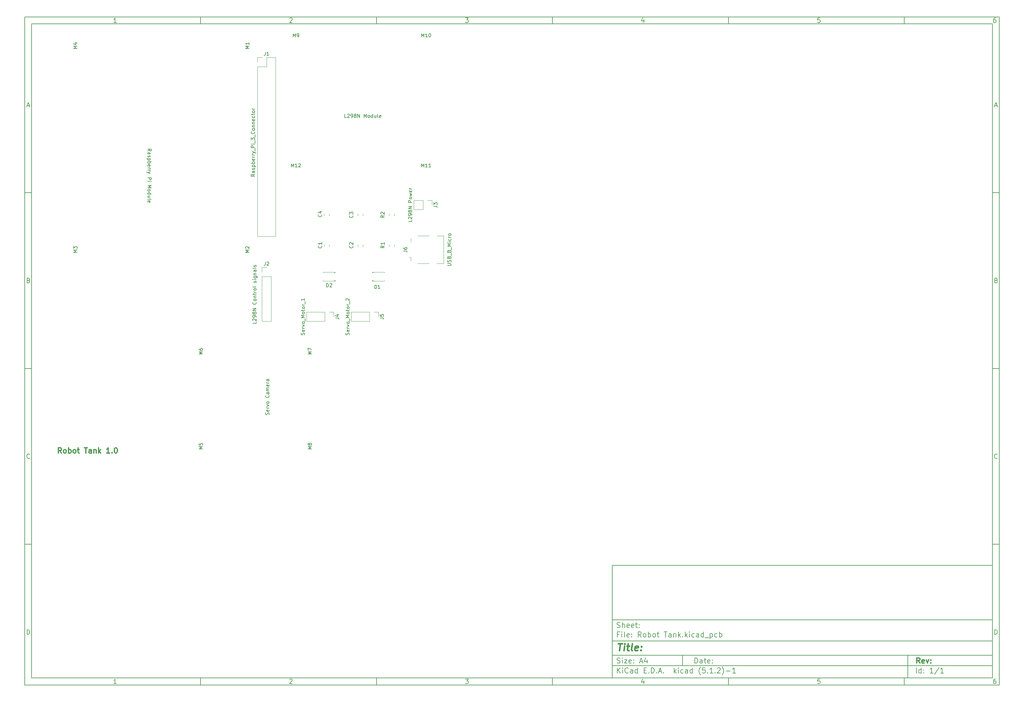
<source format=gto>
G04 #@! TF.GenerationSoftware,KiCad,Pcbnew,(5.1.2)-1*
G04 #@! TF.CreationDate,2019-07-09T02:23:16-04:00*
G04 #@! TF.ProjectId,Robot Tank,526f626f-7420-4546-916e-6b2e6b696361,rev?*
G04 #@! TF.SameCoordinates,Original*
G04 #@! TF.FileFunction,Legend,Top*
G04 #@! TF.FilePolarity,Positive*
%FSLAX46Y46*%
G04 Gerber Fmt 4.6, Leading zero omitted, Abs format (unit mm)*
G04 Created by KiCad (PCBNEW (5.1.2)-1) date 2019-07-09 02:23:16*
%MOMM*%
%LPD*%
G04 APERTURE LIST*
%ADD10C,0.100000*%
%ADD11C,0.150000*%
%ADD12C,0.300000*%
%ADD13C,0.400000*%
%ADD14C,0.120000*%
G04 APERTURE END LIST*
D10*
D11*
X177002200Y-166007200D02*
X177002200Y-198007200D01*
X285002200Y-198007200D01*
X285002200Y-166007200D01*
X177002200Y-166007200D01*
D10*
D11*
X10000000Y-10000000D02*
X10000000Y-200007200D01*
X287002200Y-200007200D01*
X287002200Y-10000000D01*
X10000000Y-10000000D01*
D10*
D11*
X12000000Y-12000000D02*
X12000000Y-198007200D01*
X285002200Y-198007200D01*
X285002200Y-12000000D01*
X12000000Y-12000000D01*
D10*
D11*
X60000000Y-12000000D02*
X60000000Y-10000000D01*
D10*
D11*
X110000000Y-12000000D02*
X110000000Y-10000000D01*
D10*
D11*
X160000000Y-12000000D02*
X160000000Y-10000000D01*
D10*
D11*
X210000000Y-12000000D02*
X210000000Y-10000000D01*
D10*
D11*
X260000000Y-12000000D02*
X260000000Y-10000000D01*
D10*
D11*
X36065476Y-11588095D02*
X35322619Y-11588095D01*
X35694047Y-11588095D02*
X35694047Y-10288095D01*
X35570238Y-10473809D01*
X35446428Y-10597619D01*
X35322619Y-10659523D01*
D10*
D11*
X85322619Y-10411904D02*
X85384523Y-10350000D01*
X85508333Y-10288095D01*
X85817857Y-10288095D01*
X85941666Y-10350000D01*
X86003571Y-10411904D01*
X86065476Y-10535714D01*
X86065476Y-10659523D01*
X86003571Y-10845238D01*
X85260714Y-11588095D01*
X86065476Y-11588095D01*
D10*
D11*
X135260714Y-10288095D02*
X136065476Y-10288095D01*
X135632142Y-10783333D01*
X135817857Y-10783333D01*
X135941666Y-10845238D01*
X136003571Y-10907142D01*
X136065476Y-11030952D01*
X136065476Y-11340476D01*
X136003571Y-11464285D01*
X135941666Y-11526190D01*
X135817857Y-11588095D01*
X135446428Y-11588095D01*
X135322619Y-11526190D01*
X135260714Y-11464285D01*
D10*
D11*
X185941666Y-10721428D02*
X185941666Y-11588095D01*
X185632142Y-10226190D02*
X185322619Y-11154761D01*
X186127380Y-11154761D01*
D10*
D11*
X236003571Y-10288095D02*
X235384523Y-10288095D01*
X235322619Y-10907142D01*
X235384523Y-10845238D01*
X235508333Y-10783333D01*
X235817857Y-10783333D01*
X235941666Y-10845238D01*
X236003571Y-10907142D01*
X236065476Y-11030952D01*
X236065476Y-11340476D01*
X236003571Y-11464285D01*
X235941666Y-11526190D01*
X235817857Y-11588095D01*
X235508333Y-11588095D01*
X235384523Y-11526190D01*
X235322619Y-11464285D01*
D10*
D11*
X285941666Y-10288095D02*
X285694047Y-10288095D01*
X285570238Y-10350000D01*
X285508333Y-10411904D01*
X285384523Y-10597619D01*
X285322619Y-10845238D01*
X285322619Y-11340476D01*
X285384523Y-11464285D01*
X285446428Y-11526190D01*
X285570238Y-11588095D01*
X285817857Y-11588095D01*
X285941666Y-11526190D01*
X286003571Y-11464285D01*
X286065476Y-11340476D01*
X286065476Y-11030952D01*
X286003571Y-10907142D01*
X285941666Y-10845238D01*
X285817857Y-10783333D01*
X285570238Y-10783333D01*
X285446428Y-10845238D01*
X285384523Y-10907142D01*
X285322619Y-11030952D01*
D10*
D11*
X60000000Y-198007200D02*
X60000000Y-200007200D01*
D10*
D11*
X110000000Y-198007200D02*
X110000000Y-200007200D01*
D10*
D11*
X160000000Y-198007200D02*
X160000000Y-200007200D01*
D10*
D11*
X210000000Y-198007200D02*
X210000000Y-200007200D01*
D10*
D11*
X260000000Y-198007200D02*
X260000000Y-200007200D01*
D10*
D11*
X36065476Y-199595295D02*
X35322619Y-199595295D01*
X35694047Y-199595295D02*
X35694047Y-198295295D01*
X35570238Y-198481009D01*
X35446428Y-198604819D01*
X35322619Y-198666723D01*
D10*
D11*
X85322619Y-198419104D02*
X85384523Y-198357200D01*
X85508333Y-198295295D01*
X85817857Y-198295295D01*
X85941666Y-198357200D01*
X86003571Y-198419104D01*
X86065476Y-198542914D01*
X86065476Y-198666723D01*
X86003571Y-198852438D01*
X85260714Y-199595295D01*
X86065476Y-199595295D01*
D10*
D11*
X135260714Y-198295295D02*
X136065476Y-198295295D01*
X135632142Y-198790533D01*
X135817857Y-198790533D01*
X135941666Y-198852438D01*
X136003571Y-198914342D01*
X136065476Y-199038152D01*
X136065476Y-199347676D01*
X136003571Y-199471485D01*
X135941666Y-199533390D01*
X135817857Y-199595295D01*
X135446428Y-199595295D01*
X135322619Y-199533390D01*
X135260714Y-199471485D01*
D10*
D11*
X185941666Y-198728628D02*
X185941666Y-199595295D01*
X185632142Y-198233390D02*
X185322619Y-199161961D01*
X186127380Y-199161961D01*
D10*
D11*
X236003571Y-198295295D02*
X235384523Y-198295295D01*
X235322619Y-198914342D01*
X235384523Y-198852438D01*
X235508333Y-198790533D01*
X235817857Y-198790533D01*
X235941666Y-198852438D01*
X236003571Y-198914342D01*
X236065476Y-199038152D01*
X236065476Y-199347676D01*
X236003571Y-199471485D01*
X235941666Y-199533390D01*
X235817857Y-199595295D01*
X235508333Y-199595295D01*
X235384523Y-199533390D01*
X235322619Y-199471485D01*
D10*
D11*
X285941666Y-198295295D02*
X285694047Y-198295295D01*
X285570238Y-198357200D01*
X285508333Y-198419104D01*
X285384523Y-198604819D01*
X285322619Y-198852438D01*
X285322619Y-199347676D01*
X285384523Y-199471485D01*
X285446428Y-199533390D01*
X285570238Y-199595295D01*
X285817857Y-199595295D01*
X285941666Y-199533390D01*
X286003571Y-199471485D01*
X286065476Y-199347676D01*
X286065476Y-199038152D01*
X286003571Y-198914342D01*
X285941666Y-198852438D01*
X285817857Y-198790533D01*
X285570238Y-198790533D01*
X285446428Y-198852438D01*
X285384523Y-198914342D01*
X285322619Y-199038152D01*
D10*
D11*
X10000000Y-60000000D02*
X12000000Y-60000000D01*
D10*
D11*
X10000000Y-110000000D02*
X12000000Y-110000000D01*
D10*
D11*
X10000000Y-160000000D02*
X12000000Y-160000000D01*
D10*
D11*
X10690476Y-35216666D02*
X11309523Y-35216666D01*
X10566666Y-35588095D02*
X11000000Y-34288095D01*
X11433333Y-35588095D01*
D10*
D11*
X11092857Y-84907142D02*
X11278571Y-84969047D01*
X11340476Y-85030952D01*
X11402380Y-85154761D01*
X11402380Y-85340476D01*
X11340476Y-85464285D01*
X11278571Y-85526190D01*
X11154761Y-85588095D01*
X10659523Y-85588095D01*
X10659523Y-84288095D01*
X11092857Y-84288095D01*
X11216666Y-84350000D01*
X11278571Y-84411904D01*
X11340476Y-84535714D01*
X11340476Y-84659523D01*
X11278571Y-84783333D01*
X11216666Y-84845238D01*
X11092857Y-84907142D01*
X10659523Y-84907142D01*
D10*
D11*
X11402380Y-135464285D02*
X11340476Y-135526190D01*
X11154761Y-135588095D01*
X11030952Y-135588095D01*
X10845238Y-135526190D01*
X10721428Y-135402380D01*
X10659523Y-135278571D01*
X10597619Y-135030952D01*
X10597619Y-134845238D01*
X10659523Y-134597619D01*
X10721428Y-134473809D01*
X10845238Y-134350000D01*
X11030952Y-134288095D01*
X11154761Y-134288095D01*
X11340476Y-134350000D01*
X11402380Y-134411904D01*
D10*
D11*
X10659523Y-185588095D02*
X10659523Y-184288095D01*
X10969047Y-184288095D01*
X11154761Y-184350000D01*
X11278571Y-184473809D01*
X11340476Y-184597619D01*
X11402380Y-184845238D01*
X11402380Y-185030952D01*
X11340476Y-185278571D01*
X11278571Y-185402380D01*
X11154761Y-185526190D01*
X10969047Y-185588095D01*
X10659523Y-185588095D01*
D10*
D11*
X287002200Y-60000000D02*
X285002200Y-60000000D01*
D10*
D11*
X287002200Y-110000000D02*
X285002200Y-110000000D01*
D10*
D11*
X287002200Y-160000000D02*
X285002200Y-160000000D01*
D10*
D11*
X285692676Y-35216666D02*
X286311723Y-35216666D01*
X285568866Y-35588095D02*
X286002200Y-34288095D01*
X286435533Y-35588095D01*
D10*
D11*
X286095057Y-84907142D02*
X286280771Y-84969047D01*
X286342676Y-85030952D01*
X286404580Y-85154761D01*
X286404580Y-85340476D01*
X286342676Y-85464285D01*
X286280771Y-85526190D01*
X286156961Y-85588095D01*
X285661723Y-85588095D01*
X285661723Y-84288095D01*
X286095057Y-84288095D01*
X286218866Y-84350000D01*
X286280771Y-84411904D01*
X286342676Y-84535714D01*
X286342676Y-84659523D01*
X286280771Y-84783333D01*
X286218866Y-84845238D01*
X286095057Y-84907142D01*
X285661723Y-84907142D01*
D10*
D11*
X286404580Y-135464285D02*
X286342676Y-135526190D01*
X286156961Y-135588095D01*
X286033152Y-135588095D01*
X285847438Y-135526190D01*
X285723628Y-135402380D01*
X285661723Y-135278571D01*
X285599819Y-135030952D01*
X285599819Y-134845238D01*
X285661723Y-134597619D01*
X285723628Y-134473809D01*
X285847438Y-134350000D01*
X286033152Y-134288095D01*
X286156961Y-134288095D01*
X286342676Y-134350000D01*
X286404580Y-134411904D01*
D10*
D11*
X285661723Y-185588095D02*
X285661723Y-184288095D01*
X285971247Y-184288095D01*
X286156961Y-184350000D01*
X286280771Y-184473809D01*
X286342676Y-184597619D01*
X286404580Y-184845238D01*
X286404580Y-185030952D01*
X286342676Y-185278571D01*
X286280771Y-185402380D01*
X286156961Y-185526190D01*
X285971247Y-185588095D01*
X285661723Y-185588095D01*
D10*
D11*
X200434342Y-193785771D02*
X200434342Y-192285771D01*
X200791485Y-192285771D01*
X201005771Y-192357200D01*
X201148628Y-192500057D01*
X201220057Y-192642914D01*
X201291485Y-192928628D01*
X201291485Y-193142914D01*
X201220057Y-193428628D01*
X201148628Y-193571485D01*
X201005771Y-193714342D01*
X200791485Y-193785771D01*
X200434342Y-193785771D01*
X202577200Y-193785771D02*
X202577200Y-193000057D01*
X202505771Y-192857200D01*
X202362914Y-192785771D01*
X202077200Y-192785771D01*
X201934342Y-192857200D01*
X202577200Y-193714342D02*
X202434342Y-193785771D01*
X202077200Y-193785771D01*
X201934342Y-193714342D01*
X201862914Y-193571485D01*
X201862914Y-193428628D01*
X201934342Y-193285771D01*
X202077200Y-193214342D01*
X202434342Y-193214342D01*
X202577200Y-193142914D01*
X203077200Y-192785771D02*
X203648628Y-192785771D01*
X203291485Y-192285771D02*
X203291485Y-193571485D01*
X203362914Y-193714342D01*
X203505771Y-193785771D01*
X203648628Y-193785771D01*
X204720057Y-193714342D02*
X204577200Y-193785771D01*
X204291485Y-193785771D01*
X204148628Y-193714342D01*
X204077200Y-193571485D01*
X204077200Y-193000057D01*
X204148628Y-192857200D01*
X204291485Y-192785771D01*
X204577200Y-192785771D01*
X204720057Y-192857200D01*
X204791485Y-193000057D01*
X204791485Y-193142914D01*
X204077200Y-193285771D01*
X205434342Y-193642914D02*
X205505771Y-193714342D01*
X205434342Y-193785771D01*
X205362914Y-193714342D01*
X205434342Y-193642914D01*
X205434342Y-193785771D01*
X205434342Y-192857200D02*
X205505771Y-192928628D01*
X205434342Y-193000057D01*
X205362914Y-192928628D01*
X205434342Y-192857200D01*
X205434342Y-193000057D01*
D10*
D11*
X177002200Y-194507200D02*
X285002200Y-194507200D01*
D10*
D11*
X178434342Y-196585771D02*
X178434342Y-195085771D01*
X179291485Y-196585771D02*
X178648628Y-195728628D01*
X179291485Y-195085771D02*
X178434342Y-195942914D01*
X179934342Y-196585771D02*
X179934342Y-195585771D01*
X179934342Y-195085771D02*
X179862914Y-195157200D01*
X179934342Y-195228628D01*
X180005771Y-195157200D01*
X179934342Y-195085771D01*
X179934342Y-195228628D01*
X181505771Y-196442914D02*
X181434342Y-196514342D01*
X181220057Y-196585771D01*
X181077200Y-196585771D01*
X180862914Y-196514342D01*
X180720057Y-196371485D01*
X180648628Y-196228628D01*
X180577200Y-195942914D01*
X180577200Y-195728628D01*
X180648628Y-195442914D01*
X180720057Y-195300057D01*
X180862914Y-195157200D01*
X181077200Y-195085771D01*
X181220057Y-195085771D01*
X181434342Y-195157200D01*
X181505771Y-195228628D01*
X182791485Y-196585771D02*
X182791485Y-195800057D01*
X182720057Y-195657200D01*
X182577200Y-195585771D01*
X182291485Y-195585771D01*
X182148628Y-195657200D01*
X182791485Y-196514342D02*
X182648628Y-196585771D01*
X182291485Y-196585771D01*
X182148628Y-196514342D01*
X182077200Y-196371485D01*
X182077200Y-196228628D01*
X182148628Y-196085771D01*
X182291485Y-196014342D01*
X182648628Y-196014342D01*
X182791485Y-195942914D01*
X184148628Y-196585771D02*
X184148628Y-195085771D01*
X184148628Y-196514342D02*
X184005771Y-196585771D01*
X183720057Y-196585771D01*
X183577200Y-196514342D01*
X183505771Y-196442914D01*
X183434342Y-196300057D01*
X183434342Y-195871485D01*
X183505771Y-195728628D01*
X183577200Y-195657200D01*
X183720057Y-195585771D01*
X184005771Y-195585771D01*
X184148628Y-195657200D01*
X186005771Y-195800057D02*
X186505771Y-195800057D01*
X186720057Y-196585771D02*
X186005771Y-196585771D01*
X186005771Y-195085771D01*
X186720057Y-195085771D01*
X187362914Y-196442914D02*
X187434342Y-196514342D01*
X187362914Y-196585771D01*
X187291485Y-196514342D01*
X187362914Y-196442914D01*
X187362914Y-196585771D01*
X188077200Y-196585771D02*
X188077200Y-195085771D01*
X188434342Y-195085771D01*
X188648628Y-195157200D01*
X188791485Y-195300057D01*
X188862914Y-195442914D01*
X188934342Y-195728628D01*
X188934342Y-195942914D01*
X188862914Y-196228628D01*
X188791485Y-196371485D01*
X188648628Y-196514342D01*
X188434342Y-196585771D01*
X188077200Y-196585771D01*
X189577200Y-196442914D02*
X189648628Y-196514342D01*
X189577200Y-196585771D01*
X189505771Y-196514342D01*
X189577200Y-196442914D01*
X189577200Y-196585771D01*
X190220057Y-196157200D02*
X190934342Y-196157200D01*
X190077200Y-196585771D02*
X190577200Y-195085771D01*
X191077200Y-196585771D01*
X191577200Y-196442914D02*
X191648628Y-196514342D01*
X191577200Y-196585771D01*
X191505771Y-196514342D01*
X191577200Y-196442914D01*
X191577200Y-196585771D01*
X194577200Y-196585771D02*
X194577200Y-195085771D01*
X194720057Y-196014342D02*
X195148628Y-196585771D01*
X195148628Y-195585771D02*
X194577200Y-196157200D01*
X195791485Y-196585771D02*
X195791485Y-195585771D01*
X195791485Y-195085771D02*
X195720057Y-195157200D01*
X195791485Y-195228628D01*
X195862914Y-195157200D01*
X195791485Y-195085771D01*
X195791485Y-195228628D01*
X197148628Y-196514342D02*
X197005771Y-196585771D01*
X196720057Y-196585771D01*
X196577200Y-196514342D01*
X196505771Y-196442914D01*
X196434342Y-196300057D01*
X196434342Y-195871485D01*
X196505771Y-195728628D01*
X196577200Y-195657200D01*
X196720057Y-195585771D01*
X197005771Y-195585771D01*
X197148628Y-195657200D01*
X198434342Y-196585771D02*
X198434342Y-195800057D01*
X198362914Y-195657200D01*
X198220057Y-195585771D01*
X197934342Y-195585771D01*
X197791485Y-195657200D01*
X198434342Y-196514342D02*
X198291485Y-196585771D01*
X197934342Y-196585771D01*
X197791485Y-196514342D01*
X197720057Y-196371485D01*
X197720057Y-196228628D01*
X197791485Y-196085771D01*
X197934342Y-196014342D01*
X198291485Y-196014342D01*
X198434342Y-195942914D01*
X199791485Y-196585771D02*
X199791485Y-195085771D01*
X199791485Y-196514342D02*
X199648628Y-196585771D01*
X199362914Y-196585771D01*
X199220057Y-196514342D01*
X199148628Y-196442914D01*
X199077200Y-196300057D01*
X199077200Y-195871485D01*
X199148628Y-195728628D01*
X199220057Y-195657200D01*
X199362914Y-195585771D01*
X199648628Y-195585771D01*
X199791485Y-195657200D01*
X202077200Y-197157200D02*
X202005771Y-197085771D01*
X201862914Y-196871485D01*
X201791485Y-196728628D01*
X201720057Y-196514342D01*
X201648628Y-196157200D01*
X201648628Y-195871485D01*
X201720057Y-195514342D01*
X201791485Y-195300057D01*
X201862914Y-195157200D01*
X202005771Y-194942914D01*
X202077200Y-194871485D01*
X203362914Y-195085771D02*
X202648628Y-195085771D01*
X202577200Y-195800057D01*
X202648628Y-195728628D01*
X202791485Y-195657200D01*
X203148628Y-195657200D01*
X203291485Y-195728628D01*
X203362914Y-195800057D01*
X203434342Y-195942914D01*
X203434342Y-196300057D01*
X203362914Y-196442914D01*
X203291485Y-196514342D01*
X203148628Y-196585771D01*
X202791485Y-196585771D01*
X202648628Y-196514342D01*
X202577200Y-196442914D01*
X204077200Y-196442914D02*
X204148628Y-196514342D01*
X204077200Y-196585771D01*
X204005771Y-196514342D01*
X204077200Y-196442914D01*
X204077200Y-196585771D01*
X205577200Y-196585771D02*
X204720057Y-196585771D01*
X205148628Y-196585771D02*
X205148628Y-195085771D01*
X205005771Y-195300057D01*
X204862914Y-195442914D01*
X204720057Y-195514342D01*
X206220057Y-196442914D02*
X206291485Y-196514342D01*
X206220057Y-196585771D01*
X206148628Y-196514342D01*
X206220057Y-196442914D01*
X206220057Y-196585771D01*
X206862914Y-195228628D02*
X206934342Y-195157200D01*
X207077200Y-195085771D01*
X207434342Y-195085771D01*
X207577200Y-195157200D01*
X207648628Y-195228628D01*
X207720057Y-195371485D01*
X207720057Y-195514342D01*
X207648628Y-195728628D01*
X206791485Y-196585771D01*
X207720057Y-196585771D01*
X208220057Y-197157200D02*
X208291485Y-197085771D01*
X208434342Y-196871485D01*
X208505771Y-196728628D01*
X208577200Y-196514342D01*
X208648628Y-196157200D01*
X208648628Y-195871485D01*
X208577200Y-195514342D01*
X208505771Y-195300057D01*
X208434342Y-195157200D01*
X208291485Y-194942914D01*
X208220057Y-194871485D01*
X209362914Y-196014342D02*
X210505771Y-196014342D01*
X212005771Y-196585771D02*
X211148628Y-196585771D01*
X211577200Y-196585771D02*
X211577200Y-195085771D01*
X211434342Y-195300057D01*
X211291485Y-195442914D01*
X211148628Y-195514342D01*
D10*
D11*
X177002200Y-191507200D02*
X285002200Y-191507200D01*
D10*
D12*
X264411485Y-193785771D02*
X263911485Y-193071485D01*
X263554342Y-193785771D02*
X263554342Y-192285771D01*
X264125771Y-192285771D01*
X264268628Y-192357200D01*
X264340057Y-192428628D01*
X264411485Y-192571485D01*
X264411485Y-192785771D01*
X264340057Y-192928628D01*
X264268628Y-193000057D01*
X264125771Y-193071485D01*
X263554342Y-193071485D01*
X265625771Y-193714342D02*
X265482914Y-193785771D01*
X265197200Y-193785771D01*
X265054342Y-193714342D01*
X264982914Y-193571485D01*
X264982914Y-193000057D01*
X265054342Y-192857200D01*
X265197200Y-192785771D01*
X265482914Y-192785771D01*
X265625771Y-192857200D01*
X265697200Y-193000057D01*
X265697200Y-193142914D01*
X264982914Y-193285771D01*
X266197200Y-192785771D02*
X266554342Y-193785771D01*
X266911485Y-192785771D01*
X267482914Y-193642914D02*
X267554342Y-193714342D01*
X267482914Y-193785771D01*
X267411485Y-193714342D01*
X267482914Y-193642914D01*
X267482914Y-193785771D01*
X267482914Y-192857200D02*
X267554342Y-192928628D01*
X267482914Y-193000057D01*
X267411485Y-192928628D01*
X267482914Y-192857200D01*
X267482914Y-193000057D01*
D10*
D11*
X178362914Y-193714342D02*
X178577200Y-193785771D01*
X178934342Y-193785771D01*
X179077200Y-193714342D01*
X179148628Y-193642914D01*
X179220057Y-193500057D01*
X179220057Y-193357200D01*
X179148628Y-193214342D01*
X179077200Y-193142914D01*
X178934342Y-193071485D01*
X178648628Y-193000057D01*
X178505771Y-192928628D01*
X178434342Y-192857200D01*
X178362914Y-192714342D01*
X178362914Y-192571485D01*
X178434342Y-192428628D01*
X178505771Y-192357200D01*
X178648628Y-192285771D01*
X179005771Y-192285771D01*
X179220057Y-192357200D01*
X179862914Y-193785771D02*
X179862914Y-192785771D01*
X179862914Y-192285771D02*
X179791485Y-192357200D01*
X179862914Y-192428628D01*
X179934342Y-192357200D01*
X179862914Y-192285771D01*
X179862914Y-192428628D01*
X180434342Y-192785771D02*
X181220057Y-192785771D01*
X180434342Y-193785771D01*
X181220057Y-193785771D01*
X182362914Y-193714342D02*
X182220057Y-193785771D01*
X181934342Y-193785771D01*
X181791485Y-193714342D01*
X181720057Y-193571485D01*
X181720057Y-193000057D01*
X181791485Y-192857200D01*
X181934342Y-192785771D01*
X182220057Y-192785771D01*
X182362914Y-192857200D01*
X182434342Y-193000057D01*
X182434342Y-193142914D01*
X181720057Y-193285771D01*
X183077200Y-193642914D02*
X183148628Y-193714342D01*
X183077200Y-193785771D01*
X183005771Y-193714342D01*
X183077200Y-193642914D01*
X183077200Y-193785771D01*
X183077200Y-192857200D02*
X183148628Y-192928628D01*
X183077200Y-193000057D01*
X183005771Y-192928628D01*
X183077200Y-192857200D01*
X183077200Y-193000057D01*
X184862914Y-193357200D02*
X185577200Y-193357200D01*
X184720057Y-193785771D02*
X185220057Y-192285771D01*
X185720057Y-193785771D01*
X186862914Y-192785771D02*
X186862914Y-193785771D01*
X186505771Y-192214342D02*
X186148628Y-193285771D01*
X187077200Y-193285771D01*
D10*
D11*
X263434342Y-196585771D02*
X263434342Y-195085771D01*
X264791485Y-196585771D02*
X264791485Y-195085771D01*
X264791485Y-196514342D02*
X264648628Y-196585771D01*
X264362914Y-196585771D01*
X264220057Y-196514342D01*
X264148628Y-196442914D01*
X264077200Y-196300057D01*
X264077200Y-195871485D01*
X264148628Y-195728628D01*
X264220057Y-195657200D01*
X264362914Y-195585771D01*
X264648628Y-195585771D01*
X264791485Y-195657200D01*
X265505771Y-196442914D02*
X265577200Y-196514342D01*
X265505771Y-196585771D01*
X265434342Y-196514342D01*
X265505771Y-196442914D01*
X265505771Y-196585771D01*
X265505771Y-195657200D02*
X265577200Y-195728628D01*
X265505771Y-195800057D01*
X265434342Y-195728628D01*
X265505771Y-195657200D01*
X265505771Y-195800057D01*
X268148628Y-196585771D02*
X267291485Y-196585771D01*
X267720057Y-196585771D02*
X267720057Y-195085771D01*
X267577200Y-195300057D01*
X267434342Y-195442914D01*
X267291485Y-195514342D01*
X269862914Y-195014342D02*
X268577200Y-196942914D01*
X271148628Y-196585771D02*
X270291485Y-196585771D01*
X270720057Y-196585771D02*
X270720057Y-195085771D01*
X270577200Y-195300057D01*
X270434342Y-195442914D01*
X270291485Y-195514342D01*
D10*
D11*
X177002200Y-187507200D02*
X285002200Y-187507200D01*
D10*
D13*
X178714580Y-188211961D02*
X179857438Y-188211961D01*
X179036009Y-190211961D02*
X179286009Y-188211961D01*
X180274104Y-190211961D02*
X180440771Y-188878628D01*
X180524104Y-188211961D02*
X180416961Y-188307200D01*
X180500295Y-188402438D01*
X180607438Y-188307200D01*
X180524104Y-188211961D01*
X180500295Y-188402438D01*
X181107438Y-188878628D02*
X181869342Y-188878628D01*
X181476485Y-188211961D02*
X181262200Y-189926247D01*
X181333628Y-190116723D01*
X181512200Y-190211961D01*
X181702676Y-190211961D01*
X182655057Y-190211961D02*
X182476485Y-190116723D01*
X182405057Y-189926247D01*
X182619342Y-188211961D01*
X184190771Y-190116723D02*
X183988390Y-190211961D01*
X183607438Y-190211961D01*
X183428866Y-190116723D01*
X183357438Y-189926247D01*
X183452676Y-189164342D01*
X183571723Y-188973866D01*
X183774104Y-188878628D01*
X184155057Y-188878628D01*
X184333628Y-188973866D01*
X184405057Y-189164342D01*
X184381247Y-189354819D01*
X183405057Y-189545295D01*
X185155057Y-190021485D02*
X185238390Y-190116723D01*
X185131247Y-190211961D01*
X185047914Y-190116723D01*
X185155057Y-190021485D01*
X185131247Y-190211961D01*
X185286009Y-188973866D02*
X185369342Y-189069104D01*
X185262200Y-189164342D01*
X185178866Y-189069104D01*
X185286009Y-188973866D01*
X185262200Y-189164342D01*
D10*
D11*
X178934342Y-185600057D02*
X178434342Y-185600057D01*
X178434342Y-186385771D02*
X178434342Y-184885771D01*
X179148628Y-184885771D01*
X179720057Y-186385771D02*
X179720057Y-185385771D01*
X179720057Y-184885771D02*
X179648628Y-184957200D01*
X179720057Y-185028628D01*
X179791485Y-184957200D01*
X179720057Y-184885771D01*
X179720057Y-185028628D01*
X180648628Y-186385771D02*
X180505771Y-186314342D01*
X180434342Y-186171485D01*
X180434342Y-184885771D01*
X181791485Y-186314342D02*
X181648628Y-186385771D01*
X181362914Y-186385771D01*
X181220057Y-186314342D01*
X181148628Y-186171485D01*
X181148628Y-185600057D01*
X181220057Y-185457200D01*
X181362914Y-185385771D01*
X181648628Y-185385771D01*
X181791485Y-185457200D01*
X181862914Y-185600057D01*
X181862914Y-185742914D01*
X181148628Y-185885771D01*
X182505771Y-186242914D02*
X182577200Y-186314342D01*
X182505771Y-186385771D01*
X182434342Y-186314342D01*
X182505771Y-186242914D01*
X182505771Y-186385771D01*
X182505771Y-185457200D02*
X182577200Y-185528628D01*
X182505771Y-185600057D01*
X182434342Y-185528628D01*
X182505771Y-185457200D01*
X182505771Y-185600057D01*
X185220057Y-186385771D02*
X184720057Y-185671485D01*
X184362914Y-186385771D02*
X184362914Y-184885771D01*
X184934342Y-184885771D01*
X185077200Y-184957200D01*
X185148628Y-185028628D01*
X185220057Y-185171485D01*
X185220057Y-185385771D01*
X185148628Y-185528628D01*
X185077200Y-185600057D01*
X184934342Y-185671485D01*
X184362914Y-185671485D01*
X186077200Y-186385771D02*
X185934342Y-186314342D01*
X185862914Y-186242914D01*
X185791485Y-186100057D01*
X185791485Y-185671485D01*
X185862914Y-185528628D01*
X185934342Y-185457200D01*
X186077200Y-185385771D01*
X186291485Y-185385771D01*
X186434342Y-185457200D01*
X186505771Y-185528628D01*
X186577200Y-185671485D01*
X186577200Y-186100057D01*
X186505771Y-186242914D01*
X186434342Y-186314342D01*
X186291485Y-186385771D01*
X186077200Y-186385771D01*
X187220057Y-186385771D02*
X187220057Y-184885771D01*
X187220057Y-185457200D02*
X187362914Y-185385771D01*
X187648628Y-185385771D01*
X187791485Y-185457200D01*
X187862914Y-185528628D01*
X187934342Y-185671485D01*
X187934342Y-186100057D01*
X187862914Y-186242914D01*
X187791485Y-186314342D01*
X187648628Y-186385771D01*
X187362914Y-186385771D01*
X187220057Y-186314342D01*
X188791485Y-186385771D02*
X188648628Y-186314342D01*
X188577200Y-186242914D01*
X188505771Y-186100057D01*
X188505771Y-185671485D01*
X188577200Y-185528628D01*
X188648628Y-185457200D01*
X188791485Y-185385771D01*
X189005771Y-185385771D01*
X189148628Y-185457200D01*
X189220057Y-185528628D01*
X189291485Y-185671485D01*
X189291485Y-186100057D01*
X189220057Y-186242914D01*
X189148628Y-186314342D01*
X189005771Y-186385771D01*
X188791485Y-186385771D01*
X189720057Y-185385771D02*
X190291485Y-185385771D01*
X189934342Y-184885771D02*
X189934342Y-186171485D01*
X190005771Y-186314342D01*
X190148628Y-186385771D01*
X190291485Y-186385771D01*
X191720057Y-184885771D02*
X192577200Y-184885771D01*
X192148628Y-186385771D02*
X192148628Y-184885771D01*
X193720057Y-186385771D02*
X193720057Y-185600057D01*
X193648628Y-185457200D01*
X193505771Y-185385771D01*
X193220057Y-185385771D01*
X193077200Y-185457200D01*
X193720057Y-186314342D02*
X193577200Y-186385771D01*
X193220057Y-186385771D01*
X193077200Y-186314342D01*
X193005771Y-186171485D01*
X193005771Y-186028628D01*
X193077200Y-185885771D01*
X193220057Y-185814342D01*
X193577200Y-185814342D01*
X193720057Y-185742914D01*
X194434342Y-185385771D02*
X194434342Y-186385771D01*
X194434342Y-185528628D02*
X194505771Y-185457200D01*
X194648628Y-185385771D01*
X194862914Y-185385771D01*
X195005771Y-185457200D01*
X195077200Y-185600057D01*
X195077200Y-186385771D01*
X195791485Y-186385771D02*
X195791485Y-184885771D01*
X195934342Y-185814342D02*
X196362914Y-186385771D01*
X196362914Y-185385771D02*
X195791485Y-185957200D01*
X197005771Y-186242914D02*
X197077200Y-186314342D01*
X197005771Y-186385771D01*
X196934342Y-186314342D01*
X197005771Y-186242914D01*
X197005771Y-186385771D01*
X197720057Y-186385771D02*
X197720057Y-184885771D01*
X197862914Y-185814342D02*
X198291485Y-186385771D01*
X198291485Y-185385771D02*
X197720057Y-185957200D01*
X198934342Y-186385771D02*
X198934342Y-185385771D01*
X198934342Y-184885771D02*
X198862914Y-184957200D01*
X198934342Y-185028628D01*
X199005771Y-184957200D01*
X198934342Y-184885771D01*
X198934342Y-185028628D01*
X200291485Y-186314342D02*
X200148628Y-186385771D01*
X199862914Y-186385771D01*
X199720057Y-186314342D01*
X199648628Y-186242914D01*
X199577200Y-186100057D01*
X199577200Y-185671485D01*
X199648628Y-185528628D01*
X199720057Y-185457200D01*
X199862914Y-185385771D01*
X200148628Y-185385771D01*
X200291485Y-185457200D01*
X201577200Y-186385771D02*
X201577200Y-185600057D01*
X201505771Y-185457200D01*
X201362914Y-185385771D01*
X201077200Y-185385771D01*
X200934342Y-185457200D01*
X201577200Y-186314342D02*
X201434342Y-186385771D01*
X201077200Y-186385771D01*
X200934342Y-186314342D01*
X200862914Y-186171485D01*
X200862914Y-186028628D01*
X200934342Y-185885771D01*
X201077200Y-185814342D01*
X201434342Y-185814342D01*
X201577200Y-185742914D01*
X202934342Y-186385771D02*
X202934342Y-184885771D01*
X202934342Y-186314342D02*
X202791485Y-186385771D01*
X202505771Y-186385771D01*
X202362914Y-186314342D01*
X202291485Y-186242914D01*
X202220057Y-186100057D01*
X202220057Y-185671485D01*
X202291485Y-185528628D01*
X202362914Y-185457200D01*
X202505771Y-185385771D01*
X202791485Y-185385771D01*
X202934342Y-185457200D01*
X203291485Y-186528628D02*
X204434342Y-186528628D01*
X204791485Y-185385771D02*
X204791485Y-186885771D01*
X204791485Y-185457200D02*
X204934342Y-185385771D01*
X205220057Y-185385771D01*
X205362914Y-185457200D01*
X205434342Y-185528628D01*
X205505771Y-185671485D01*
X205505771Y-186100057D01*
X205434342Y-186242914D01*
X205362914Y-186314342D01*
X205220057Y-186385771D01*
X204934342Y-186385771D01*
X204791485Y-186314342D01*
X206791485Y-186314342D02*
X206648628Y-186385771D01*
X206362914Y-186385771D01*
X206220057Y-186314342D01*
X206148628Y-186242914D01*
X206077200Y-186100057D01*
X206077200Y-185671485D01*
X206148628Y-185528628D01*
X206220057Y-185457200D01*
X206362914Y-185385771D01*
X206648628Y-185385771D01*
X206791485Y-185457200D01*
X207434342Y-186385771D02*
X207434342Y-184885771D01*
X207434342Y-185457200D02*
X207577200Y-185385771D01*
X207862914Y-185385771D01*
X208005771Y-185457200D01*
X208077200Y-185528628D01*
X208148628Y-185671485D01*
X208148628Y-186100057D01*
X208077200Y-186242914D01*
X208005771Y-186314342D01*
X207862914Y-186385771D01*
X207577200Y-186385771D01*
X207434342Y-186314342D01*
D10*
D11*
X177002200Y-181507200D02*
X285002200Y-181507200D01*
D10*
D11*
X178362914Y-183614342D02*
X178577200Y-183685771D01*
X178934342Y-183685771D01*
X179077200Y-183614342D01*
X179148628Y-183542914D01*
X179220057Y-183400057D01*
X179220057Y-183257200D01*
X179148628Y-183114342D01*
X179077200Y-183042914D01*
X178934342Y-182971485D01*
X178648628Y-182900057D01*
X178505771Y-182828628D01*
X178434342Y-182757200D01*
X178362914Y-182614342D01*
X178362914Y-182471485D01*
X178434342Y-182328628D01*
X178505771Y-182257200D01*
X178648628Y-182185771D01*
X179005771Y-182185771D01*
X179220057Y-182257200D01*
X179862914Y-183685771D02*
X179862914Y-182185771D01*
X180505771Y-183685771D02*
X180505771Y-182900057D01*
X180434342Y-182757200D01*
X180291485Y-182685771D01*
X180077200Y-182685771D01*
X179934342Y-182757200D01*
X179862914Y-182828628D01*
X181791485Y-183614342D02*
X181648628Y-183685771D01*
X181362914Y-183685771D01*
X181220057Y-183614342D01*
X181148628Y-183471485D01*
X181148628Y-182900057D01*
X181220057Y-182757200D01*
X181362914Y-182685771D01*
X181648628Y-182685771D01*
X181791485Y-182757200D01*
X181862914Y-182900057D01*
X181862914Y-183042914D01*
X181148628Y-183185771D01*
X183077200Y-183614342D02*
X182934342Y-183685771D01*
X182648628Y-183685771D01*
X182505771Y-183614342D01*
X182434342Y-183471485D01*
X182434342Y-182900057D01*
X182505771Y-182757200D01*
X182648628Y-182685771D01*
X182934342Y-182685771D01*
X183077200Y-182757200D01*
X183148628Y-182900057D01*
X183148628Y-183042914D01*
X182434342Y-183185771D01*
X183577200Y-182685771D02*
X184148628Y-182685771D01*
X183791485Y-182185771D02*
X183791485Y-183471485D01*
X183862914Y-183614342D01*
X184005771Y-183685771D01*
X184148628Y-183685771D01*
X184648628Y-183542914D02*
X184720057Y-183614342D01*
X184648628Y-183685771D01*
X184577200Y-183614342D01*
X184648628Y-183542914D01*
X184648628Y-183685771D01*
X184648628Y-182757200D02*
X184720057Y-182828628D01*
X184648628Y-182900057D01*
X184577200Y-182828628D01*
X184648628Y-182757200D01*
X184648628Y-182900057D01*
D10*
D11*
X197002200Y-191507200D02*
X197002200Y-194507200D01*
D10*
D11*
X261002200Y-191507200D02*
X261002200Y-198007200D01*
D12*
X20475714Y-134028571D02*
X19975714Y-133314285D01*
X19618571Y-134028571D02*
X19618571Y-132528571D01*
X20190000Y-132528571D01*
X20332857Y-132600000D01*
X20404285Y-132671428D01*
X20475714Y-132814285D01*
X20475714Y-133028571D01*
X20404285Y-133171428D01*
X20332857Y-133242857D01*
X20190000Y-133314285D01*
X19618571Y-133314285D01*
X21332857Y-134028571D02*
X21190000Y-133957142D01*
X21118571Y-133885714D01*
X21047142Y-133742857D01*
X21047142Y-133314285D01*
X21118571Y-133171428D01*
X21190000Y-133100000D01*
X21332857Y-133028571D01*
X21547142Y-133028571D01*
X21690000Y-133100000D01*
X21761428Y-133171428D01*
X21832857Y-133314285D01*
X21832857Y-133742857D01*
X21761428Y-133885714D01*
X21690000Y-133957142D01*
X21547142Y-134028571D01*
X21332857Y-134028571D01*
X22475714Y-134028571D02*
X22475714Y-132528571D01*
X22475714Y-133100000D02*
X22618571Y-133028571D01*
X22904285Y-133028571D01*
X23047142Y-133100000D01*
X23118571Y-133171428D01*
X23190000Y-133314285D01*
X23190000Y-133742857D01*
X23118571Y-133885714D01*
X23047142Y-133957142D01*
X22904285Y-134028571D01*
X22618571Y-134028571D01*
X22475714Y-133957142D01*
X24047142Y-134028571D02*
X23904285Y-133957142D01*
X23832857Y-133885714D01*
X23761428Y-133742857D01*
X23761428Y-133314285D01*
X23832857Y-133171428D01*
X23904285Y-133100000D01*
X24047142Y-133028571D01*
X24261428Y-133028571D01*
X24404285Y-133100000D01*
X24475714Y-133171428D01*
X24547142Y-133314285D01*
X24547142Y-133742857D01*
X24475714Y-133885714D01*
X24404285Y-133957142D01*
X24261428Y-134028571D01*
X24047142Y-134028571D01*
X24975714Y-133028571D02*
X25547142Y-133028571D01*
X25190000Y-132528571D02*
X25190000Y-133814285D01*
X25261428Y-133957142D01*
X25404285Y-134028571D01*
X25547142Y-134028571D01*
X26975714Y-132528571D02*
X27832857Y-132528571D01*
X27404285Y-134028571D02*
X27404285Y-132528571D01*
X28975714Y-134028571D02*
X28975714Y-133242857D01*
X28904285Y-133100000D01*
X28761428Y-133028571D01*
X28475714Y-133028571D01*
X28332857Y-133100000D01*
X28975714Y-133957142D02*
X28832857Y-134028571D01*
X28475714Y-134028571D01*
X28332857Y-133957142D01*
X28261428Y-133814285D01*
X28261428Y-133671428D01*
X28332857Y-133528571D01*
X28475714Y-133457142D01*
X28832857Y-133457142D01*
X28975714Y-133385714D01*
X29689999Y-133028571D02*
X29689999Y-134028571D01*
X29689999Y-133171428D02*
X29761428Y-133100000D01*
X29904285Y-133028571D01*
X30118571Y-133028571D01*
X30261428Y-133100000D01*
X30332857Y-133242857D01*
X30332857Y-134028571D01*
X31047142Y-134028571D02*
X31047142Y-132528571D01*
X31189999Y-133457142D02*
X31618571Y-134028571D01*
X31618571Y-133028571D02*
X31047142Y-133600000D01*
X34190000Y-134028571D02*
X33332857Y-134028571D01*
X33761428Y-134028571D02*
X33761428Y-132528571D01*
X33618571Y-132742857D01*
X33475714Y-132885714D01*
X33332857Y-132957142D01*
X34832857Y-133885714D02*
X34904285Y-133957142D01*
X34832857Y-134028571D01*
X34761428Y-133957142D01*
X34832857Y-133885714D01*
X34832857Y-134028571D01*
X35832857Y-132528571D02*
X35975714Y-132528571D01*
X36118571Y-132600000D01*
X36190000Y-132671428D01*
X36261428Y-132814285D01*
X36332857Y-133100000D01*
X36332857Y-133457142D01*
X36261428Y-133742857D01*
X36190000Y-133885714D01*
X36118571Y-133957142D01*
X35975714Y-134028571D01*
X35832857Y-134028571D01*
X35690000Y-133957142D01*
X35618571Y-133885714D01*
X35547142Y-133742857D01*
X35475714Y-133457142D01*
X35475714Y-133100000D01*
X35547142Y-132814285D01*
X35618571Y-132671428D01*
X35690000Y-132600000D01*
X35832857Y-132528571D01*
D11*
X101447142Y-38622380D02*
X100970952Y-38622380D01*
X100970952Y-37622380D01*
X101732857Y-37717619D02*
X101780476Y-37670000D01*
X101875714Y-37622380D01*
X102113809Y-37622380D01*
X102209047Y-37670000D01*
X102256666Y-37717619D01*
X102304285Y-37812857D01*
X102304285Y-37908095D01*
X102256666Y-38050952D01*
X101685238Y-38622380D01*
X102304285Y-38622380D01*
X102780476Y-38622380D02*
X102970952Y-38622380D01*
X103066190Y-38574761D01*
X103113809Y-38527142D01*
X103209047Y-38384285D01*
X103256666Y-38193809D01*
X103256666Y-37812857D01*
X103209047Y-37717619D01*
X103161428Y-37670000D01*
X103066190Y-37622380D01*
X102875714Y-37622380D01*
X102780476Y-37670000D01*
X102732857Y-37717619D01*
X102685238Y-37812857D01*
X102685238Y-38050952D01*
X102732857Y-38146190D01*
X102780476Y-38193809D01*
X102875714Y-38241428D01*
X103066190Y-38241428D01*
X103161428Y-38193809D01*
X103209047Y-38146190D01*
X103256666Y-38050952D01*
X103828095Y-38050952D02*
X103732857Y-38003333D01*
X103685238Y-37955714D01*
X103637619Y-37860476D01*
X103637619Y-37812857D01*
X103685238Y-37717619D01*
X103732857Y-37670000D01*
X103828095Y-37622380D01*
X104018571Y-37622380D01*
X104113809Y-37670000D01*
X104161428Y-37717619D01*
X104209047Y-37812857D01*
X104209047Y-37860476D01*
X104161428Y-37955714D01*
X104113809Y-38003333D01*
X104018571Y-38050952D01*
X103828095Y-38050952D01*
X103732857Y-38098571D01*
X103685238Y-38146190D01*
X103637619Y-38241428D01*
X103637619Y-38431904D01*
X103685238Y-38527142D01*
X103732857Y-38574761D01*
X103828095Y-38622380D01*
X104018571Y-38622380D01*
X104113809Y-38574761D01*
X104161428Y-38527142D01*
X104209047Y-38431904D01*
X104209047Y-38241428D01*
X104161428Y-38146190D01*
X104113809Y-38098571D01*
X104018571Y-38050952D01*
X104637619Y-38622380D02*
X104637619Y-37622380D01*
X105209047Y-38622380D01*
X105209047Y-37622380D01*
X106447142Y-38622380D02*
X106447142Y-37622380D01*
X106780476Y-38336666D01*
X107113809Y-37622380D01*
X107113809Y-38622380D01*
X107732857Y-38622380D02*
X107637619Y-38574761D01*
X107590000Y-38527142D01*
X107542380Y-38431904D01*
X107542380Y-38146190D01*
X107590000Y-38050952D01*
X107637619Y-38003333D01*
X107732857Y-37955714D01*
X107875714Y-37955714D01*
X107970952Y-38003333D01*
X108018571Y-38050952D01*
X108066190Y-38146190D01*
X108066190Y-38431904D01*
X108018571Y-38527142D01*
X107970952Y-38574761D01*
X107875714Y-38622380D01*
X107732857Y-38622380D01*
X108923333Y-38622380D02*
X108923333Y-37622380D01*
X108923333Y-38574761D02*
X108828095Y-38622380D01*
X108637619Y-38622380D01*
X108542380Y-38574761D01*
X108494761Y-38527142D01*
X108447142Y-38431904D01*
X108447142Y-38146190D01*
X108494761Y-38050952D01*
X108542380Y-38003333D01*
X108637619Y-37955714D01*
X108828095Y-37955714D01*
X108923333Y-38003333D01*
X109828095Y-37955714D02*
X109828095Y-38622380D01*
X109399523Y-37955714D02*
X109399523Y-38479523D01*
X109447142Y-38574761D01*
X109542380Y-38622380D01*
X109685238Y-38622380D01*
X109780476Y-38574761D01*
X109828095Y-38527142D01*
X110447142Y-38622380D02*
X110351904Y-38574761D01*
X110304285Y-38479523D01*
X110304285Y-37622380D01*
X111209047Y-38574761D02*
X111113809Y-38622380D01*
X110923333Y-38622380D01*
X110828095Y-38574761D01*
X110780476Y-38479523D01*
X110780476Y-38098571D01*
X110828095Y-38003333D01*
X110923333Y-37955714D01*
X111113809Y-37955714D01*
X111209047Y-38003333D01*
X111256666Y-38098571D01*
X111256666Y-38193809D01*
X110780476Y-38289047D01*
X79414761Y-123137619D02*
X79462380Y-122994761D01*
X79462380Y-122756666D01*
X79414761Y-122661428D01*
X79367142Y-122613809D01*
X79271904Y-122566190D01*
X79176666Y-122566190D01*
X79081428Y-122613809D01*
X79033809Y-122661428D01*
X78986190Y-122756666D01*
X78938571Y-122947142D01*
X78890952Y-123042380D01*
X78843333Y-123090000D01*
X78748095Y-123137619D01*
X78652857Y-123137619D01*
X78557619Y-123090000D01*
X78510000Y-123042380D01*
X78462380Y-122947142D01*
X78462380Y-122709047D01*
X78510000Y-122566190D01*
X79414761Y-121756666D02*
X79462380Y-121851904D01*
X79462380Y-122042380D01*
X79414761Y-122137619D01*
X79319523Y-122185238D01*
X78938571Y-122185238D01*
X78843333Y-122137619D01*
X78795714Y-122042380D01*
X78795714Y-121851904D01*
X78843333Y-121756666D01*
X78938571Y-121709047D01*
X79033809Y-121709047D01*
X79129047Y-122185238D01*
X79462380Y-121280476D02*
X78795714Y-121280476D01*
X78986190Y-121280476D02*
X78890952Y-121232857D01*
X78843333Y-121185238D01*
X78795714Y-121090000D01*
X78795714Y-120994761D01*
X78795714Y-120756666D02*
X79462380Y-120518571D01*
X78795714Y-120280476D01*
X79462380Y-119756666D02*
X79414761Y-119851904D01*
X79367142Y-119899523D01*
X79271904Y-119947142D01*
X78986190Y-119947142D01*
X78890952Y-119899523D01*
X78843333Y-119851904D01*
X78795714Y-119756666D01*
X78795714Y-119613809D01*
X78843333Y-119518571D01*
X78890952Y-119470952D01*
X78986190Y-119423333D01*
X79271904Y-119423333D01*
X79367142Y-119470952D01*
X79414761Y-119518571D01*
X79462380Y-119613809D01*
X79462380Y-119756666D01*
X79367142Y-117661428D02*
X79414761Y-117709047D01*
X79462380Y-117851904D01*
X79462380Y-117947142D01*
X79414761Y-118090000D01*
X79319523Y-118185238D01*
X79224285Y-118232857D01*
X79033809Y-118280476D01*
X78890952Y-118280476D01*
X78700476Y-118232857D01*
X78605238Y-118185238D01*
X78510000Y-118090000D01*
X78462380Y-117947142D01*
X78462380Y-117851904D01*
X78510000Y-117709047D01*
X78557619Y-117661428D01*
X79462380Y-116804285D02*
X78938571Y-116804285D01*
X78843333Y-116851904D01*
X78795714Y-116947142D01*
X78795714Y-117137619D01*
X78843333Y-117232857D01*
X79414761Y-116804285D02*
X79462380Y-116899523D01*
X79462380Y-117137619D01*
X79414761Y-117232857D01*
X79319523Y-117280476D01*
X79224285Y-117280476D01*
X79129047Y-117232857D01*
X79081428Y-117137619D01*
X79081428Y-116899523D01*
X79033809Y-116804285D01*
X79462380Y-116328095D02*
X78795714Y-116328095D01*
X78890952Y-116328095D02*
X78843333Y-116280476D01*
X78795714Y-116185238D01*
X78795714Y-116042380D01*
X78843333Y-115947142D01*
X78938571Y-115899523D01*
X79462380Y-115899523D01*
X78938571Y-115899523D02*
X78843333Y-115851904D01*
X78795714Y-115756666D01*
X78795714Y-115613809D01*
X78843333Y-115518571D01*
X78938571Y-115470952D01*
X79462380Y-115470952D01*
X79414761Y-114613809D02*
X79462380Y-114709047D01*
X79462380Y-114899523D01*
X79414761Y-114994761D01*
X79319523Y-115042380D01*
X78938571Y-115042380D01*
X78843333Y-114994761D01*
X78795714Y-114899523D01*
X78795714Y-114709047D01*
X78843333Y-114613809D01*
X78938571Y-114566190D01*
X79033809Y-114566190D01*
X79129047Y-115042380D01*
X79462380Y-114137619D02*
X78795714Y-114137619D01*
X78986190Y-114137619D02*
X78890952Y-114090000D01*
X78843333Y-114042380D01*
X78795714Y-113947142D01*
X78795714Y-113851904D01*
X79462380Y-113090000D02*
X78938571Y-113090000D01*
X78843333Y-113137619D01*
X78795714Y-113232857D01*
X78795714Y-113423333D01*
X78843333Y-113518571D01*
X79414761Y-113090000D02*
X79462380Y-113185238D01*
X79462380Y-113423333D01*
X79414761Y-113518571D01*
X79319523Y-113566190D01*
X79224285Y-113566190D01*
X79129047Y-113518571D01*
X79081428Y-113423333D01*
X79081428Y-113185238D01*
X79033809Y-113090000D01*
X44997619Y-48150000D02*
X45473809Y-47816666D01*
X44997619Y-47578571D02*
X45997619Y-47578571D01*
X45997619Y-47959523D01*
X45950000Y-48054761D01*
X45902380Y-48102380D01*
X45807142Y-48150000D01*
X45664285Y-48150000D01*
X45569047Y-48102380D01*
X45521428Y-48054761D01*
X45473809Y-47959523D01*
X45473809Y-47578571D01*
X44997619Y-49007142D02*
X45521428Y-49007142D01*
X45616666Y-48959523D01*
X45664285Y-48864285D01*
X45664285Y-48673809D01*
X45616666Y-48578571D01*
X45045238Y-49007142D02*
X44997619Y-48911904D01*
X44997619Y-48673809D01*
X45045238Y-48578571D01*
X45140476Y-48530952D01*
X45235714Y-48530952D01*
X45330952Y-48578571D01*
X45378571Y-48673809D01*
X45378571Y-48911904D01*
X45426190Y-49007142D01*
X45045238Y-49435714D02*
X44997619Y-49530952D01*
X44997619Y-49721428D01*
X45045238Y-49816666D01*
X45140476Y-49864285D01*
X45188095Y-49864285D01*
X45283333Y-49816666D01*
X45330952Y-49721428D01*
X45330952Y-49578571D01*
X45378571Y-49483333D01*
X45473809Y-49435714D01*
X45521428Y-49435714D01*
X45616666Y-49483333D01*
X45664285Y-49578571D01*
X45664285Y-49721428D01*
X45616666Y-49816666D01*
X45664285Y-50292857D02*
X44664285Y-50292857D01*
X45616666Y-50292857D02*
X45664285Y-50388095D01*
X45664285Y-50578571D01*
X45616666Y-50673809D01*
X45569047Y-50721428D01*
X45473809Y-50769047D01*
X45188095Y-50769047D01*
X45092857Y-50721428D01*
X45045238Y-50673809D01*
X44997619Y-50578571D01*
X44997619Y-50388095D01*
X45045238Y-50292857D01*
X44997619Y-51197619D02*
X45997619Y-51197619D01*
X45616666Y-51197619D02*
X45664285Y-51292857D01*
X45664285Y-51483333D01*
X45616666Y-51578571D01*
X45569047Y-51626190D01*
X45473809Y-51673809D01*
X45188095Y-51673809D01*
X45092857Y-51626190D01*
X45045238Y-51578571D01*
X44997619Y-51483333D01*
X44997619Y-51292857D01*
X45045238Y-51197619D01*
X45045238Y-52483333D02*
X44997619Y-52388095D01*
X44997619Y-52197619D01*
X45045238Y-52102380D01*
X45140476Y-52054761D01*
X45521428Y-52054761D01*
X45616666Y-52102380D01*
X45664285Y-52197619D01*
X45664285Y-52388095D01*
X45616666Y-52483333D01*
X45521428Y-52530952D01*
X45426190Y-52530952D01*
X45330952Y-52054761D01*
X44997619Y-52959523D02*
X45664285Y-52959523D01*
X45473809Y-52959523D02*
X45569047Y-53007142D01*
X45616666Y-53054761D01*
X45664285Y-53150000D01*
X45664285Y-53245238D01*
X44997619Y-53578571D02*
X45664285Y-53578571D01*
X45473809Y-53578571D02*
X45569047Y-53626190D01*
X45616666Y-53673809D01*
X45664285Y-53769047D01*
X45664285Y-53864285D01*
X45664285Y-54102380D02*
X44997619Y-54340476D01*
X45664285Y-54578571D02*
X44997619Y-54340476D01*
X44759523Y-54245238D01*
X44711904Y-54197619D01*
X44664285Y-54102380D01*
X44997619Y-55721428D02*
X45997619Y-55721428D01*
X45997619Y-56102380D01*
X45950000Y-56197619D01*
X45902380Y-56245238D01*
X45807142Y-56292857D01*
X45664285Y-56292857D01*
X45569047Y-56245238D01*
X45521428Y-56197619D01*
X45473809Y-56102380D01*
X45473809Y-55721428D01*
X44997619Y-56721428D02*
X45664285Y-56721428D01*
X45997619Y-56721428D02*
X45950000Y-56673809D01*
X45902380Y-56721428D01*
X45950000Y-56769047D01*
X45997619Y-56721428D01*
X45902380Y-56721428D01*
X44997619Y-57959523D02*
X45997619Y-57959523D01*
X45283333Y-58292857D01*
X45997619Y-58626190D01*
X44997619Y-58626190D01*
X44997619Y-59245238D02*
X45045238Y-59150000D01*
X45092857Y-59102380D01*
X45188095Y-59054761D01*
X45473809Y-59054761D01*
X45569047Y-59102380D01*
X45616666Y-59150000D01*
X45664285Y-59245238D01*
X45664285Y-59388095D01*
X45616666Y-59483333D01*
X45569047Y-59530952D01*
X45473809Y-59578571D01*
X45188095Y-59578571D01*
X45092857Y-59530952D01*
X45045238Y-59483333D01*
X44997619Y-59388095D01*
X44997619Y-59245238D01*
X44997619Y-60435714D02*
X45997619Y-60435714D01*
X45045238Y-60435714D02*
X44997619Y-60340476D01*
X44997619Y-60150000D01*
X45045238Y-60054761D01*
X45092857Y-60007142D01*
X45188095Y-59959523D01*
X45473809Y-59959523D01*
X45569047Y-60007142D01*
X45616666Y-60054761D01*
X45664285Y-60150000D01*
X45664285Y-60340476D01*
X45616666Y-60435714D01*
X45664285Y-61340476D02*
X44997619Y-61340476D01*
X45664285Y-60911904D02*
X45140476Y-60911904D01*
X45045238Y-60959523D01*
X44997619Y-61054761D01*
X44997619Y-61197619D01*
X45045238Y-61292857D01*
X45092857Y-61340476D01*
X44997619Y-61959523D02*
X45045238Y-61864285D01*
X45140476Y-61816666D01*
X45997619Y-61816666D01*
X45045238Y-62721428D02*
X44997619Y-62626190D01*
X44997619Y-62435714D01*
X45045238Y-62340476D01*
X45140476Y-62292857D01*
X45521428Y-62292857D01*
X45616666Y-62340476D01*
X45664285Y-62435714D01*
X45664285Y-62626190D01*
X45616666Y-62721428D01*
X45521428Y-62769047D01*
X45426190Y-62769047D01*
X45330952Y-62292857D01*
D14*
X76140000Y-21530000D02*
X77470000Y-21530000D01*
X76140000Y-22860000D02*
X76140000Y-21530000D01*
X78740000Y-21530000D02*
X81340000Y-21530000D01*
X78740000Y-24130000D02*
X78740000Y-21530000D01*
X76140000Y-24130000D02*
X78740000Y-24130000D01*
X81340000Y-21530000D02*
X81340000Y-72450000D01*
X76140000Y-24130000D02*
X76140000Y-72450000D01*
X76140000Y-72450000D02*
X81340000Y-72450000D01*
X115010000Y-66546252D02*
X115010000Y-66023748D01*
X113590000Y-66546252D02*
X113590000Y-66023748D01*
X115010000Y-75321252D02*
X115010000Y-74798748D01*
X113590000Y-75321252D02*
X113590000Y-74798748D01*
X97990000Y-82740000D02*
X97990000Y-82560000D01*
X97990000Y-85080000D02*
X97990000Y-84900000D01*
X98110000Y-82740000D02*
X98110000Y-82560000D01*
X98110000Y-85080000D02*
X98110000Y-84900000D01*
X94810000Y-82725000D02*
X94810000Y-82560000D01*
X94810000Y-85080000D02*
X94810000Y-84915000D01*
X98230000Y-82740000D02*
X98230000Y-82560000D01*
X98230000Y-85080000D02*
X98230000Y-84900000D01*
X98230000Y-82560000D02*
X94810000Y-82560000D01*
X98230000Y-85080000D02*
X94810000Y-85080000D01*
X109020000Y-84900000D02*
X109020000Y-85080000D01*
X109020000Y-82560000D02*
X109020000Y-82740000D01*
X108900000Y-84900000D02*
X108900000Y-85080000D01*
X108900000Y-82560000D02*
X108900000Y-82740000D01*
X112200000Y-84915000D02*
X112200000Y-85080000D01*
X112200000Y-82560000D02*
X112200000Y-82725000D01*
X108780000Y-84900000D02*
X108780000Y-85080000D01*
X108780000Y-82560000D02*
X108780000Y-82740000D01*
X108780000Y-85080000D02*
X112200000Y-85080000D01*
X108780000Y-82560000D02*
X112200000Y-82560000D01*
X95100000Y-66023748D02*
X95100000Y-66546252D01*
X96520000Y-66023748D02*
X96520000Y-66546252D01*
X104700000Y-66023748D02*
X104700000Y-66546252D01*
X106120000Y-66023748D02*
X106120000Y-66546252D01*
X104700000Y-74823748D02*
X104700000Y-75346252D01*
X106120000Y-74823748D02*
X106120000Y-75346252D01*
X95100000Y-74798748D02*
X95100000Y-75321252D01*
X96520000Y-74798748D02*
X96520000Y-75321252D01*
X129100000Y-80110000D02*
X127150000Y-80110000D01*
X124930000Y-80110000D02*
X121700000Y-80110000D01*
X119780000Y-79390000D02*
X119780000Y-78310000D01*
X119780000Y-74090000D02*
X119780000Y-73010000D01*
X124930000Y-72290000D02*
X121700000Y-72290000D01*
X129100000Y-72290000D02*
X127150000Y-72290000D01*
X119780000Y-78310000D02*
X119350000Y-78310000D01*
X129100000Y-72290000D02*
X129100000Y-80110000D01*
X110550000Y-93920000D02*
X110550000Y-95250000D01*
X109220000Y-93920000D02*
X110550000Y-93920000D01*
X107950000Y-93920000D02*
X107950000Y-96580000D01*
X107950000Y-96580000D02*
X102810000Y-96580000D01*
X107950000Y-93920000D02*
X102810000Y-93920000D01*
X102810000Y-93920000D02*
X102810000Y-96580000D01*
X97850000Y-93920000D02*
X97850000Y-95250000D01*
X96520000Y-93920000D02*
X97850000Y-93920000D01*
X95250000Y-93920000D02*
X95250000Y-96580000D01*
X95250000Y-96580000D02*
X90110000Y-96580000D01*
X95250000Y-93920000D02*
X90110000Y-93920000D01*
X90110000Y-93920000D02*
X90110000Y-96580000D01*
X125790000Y-62170000D02*
X125790000Y-63500000D01*
X124460000Y-62170000D02*
X125790000Y-62170000D01*
X123190000Y-62170000D02*
X123190000Y-64830000D01*
X123190000Y-64830000D02*
X120590000Y-64830000D01*
X123190000Y-62170000D02*
X120590000Y-62170000D01*
X120590000Y-62170000D02*
X120590000Y-64830000D01*
X77410000Y-81220000D02*
X78740000Y-81220000D01*
X77410000Y-82550000D02*
X77410000Y-81220000D01*
X77410000Y-83820000D02*
X80070000Y-83820000D01*
X80070000Y-83820000D02*
X80070000Y-96580000D01*
X77410000Y-83820000D02*
X77410000Y-96580000D01*
X77410000Y-96580000D02*
X80070000Y-96580000D01*
D11*
X122804285Y-52722380D02*
X122804285Y-51722380D01*
X123137619Y-52436666D01*
X123470952Y-51722380D01*
X123470952Y-52722380D01*
X124470952Y-52722380D02*
X123899523Y-52722380D01*
X124185238Y-52722380D02*
X124185238Y-51722380D01*
X124090000Y-51865238D01*
X123994761Y-51960476D01*
X123899523Y-52008095D01*
X125423333Y-52722380D02*
X124851904Y-52722380D01*
X125137619Y-52722380D02*
X125137619Y-51722380D01*
X125042380Y-51865238D01*
X124947142Y-51960476D01*
X124851904Y-52008095D01*
X85804285Y-52722380D02*
X85804285Y-51722380D01*
X86137619Y-52436666D01*
X86470952Y-51722380D01*
X86470952Y-52722380D01*
X87470952Y-52722380D02*
X86899523Y-52722380D01*
X87185238Y-52722380D02*
X87185238Y-51722380D01*
X87090000Y-51865238D01*
X86994761Y-51960476D01*
X86899523Y-52008095D01*
X87851904Y-51817619D02*
X87899523Y-51770000D01*
X87994761Y-51722380D01*
X88232857Y-51722380D01*
X88328095Y-51770000D01*
X88375714Y-51817619D01*
X88423333Y-51912857D01*
X88423333Y-52008095D01*
X88375714Y-52150952D01*
X87804285Y-52722380D01*
X88423333Y-52722380D01*
X122804285Y-15722380D02*
X122804285Y-14722380D01*
X123137619Y-15436666D01*
X123470952Y-14722380D01*
X123470952Y-15722380D01*
X124470952Y-15722380D02*
X123899523Y-15722380D01*
X124185238Y-15722380D02*
X124185238Y-14722380D01*
X124090000Y-14865238D01*
X123994761Y-14960476D01*
X123899523Y-15008095D01*
X125090000Y-14722380D02*
X125185238Y-14722380D01*
X125280476Y-14770000D01*
X125328095Y-14817619D01*
X125375714Y-14912857D01*
X125423333Y-15103333D01*
X125423333Y-15341428D01*
X125375714Y-15531904D01*
X125328095Y-15627142D01*
X125280476Y-15674761D01*
X125185238Y-15722380D01*
X125090000Y-15722380D01*
X124994761Y-15674761D01*
X124947142Y-15627142D01*
X124899523Y-15531904D01*
X124851904Y-15341428D01*
X124851904Y-15103333D01*
X124899523Y-14912857D01*
X124947142Y-14817619D01*
X124994761Y-14770000D01*
X125090000Y-14722380D01*
X86280476Y-15722380D02*
X86280476Y-14722380D01*
X86613809Y-15436666D01*
X86947142Y-14722380D01*
X86947142Y-15722380D01*
X87470952Y-15722380D02*
X87661428Y-15722380D01*
X87756666Y-15674761D01*
X87804285Y-15627142D01*
X87899523Y-15484285D01*
X87947142Y-15293809D01*
X87947142Y-14912857D01*
X87899523Y-14817619D01*
X87851904Y-14770000D01*
X87756666Y-14722380D01*
X87566190Y-14722380D01*
X87470952Y-14770000D01*
X87423333Y-14817619D01*
X87375714Y-14912857D01*
X87375714Y-15150952D01*
X87423333Y-15246190D01*
X87470952Y-15293809D01*
X87566190Y-15341428D01*
X87756666Y-15341428D01*
X87851904Y-15293809D01*
X87899523Y-15246190D01*
X87947142Y-15150952D01*
X91562380Y-105899523D02*
X90562380Y-105899523D01*
X91276666Y-105566190D01*
X90562380Y-105232857D01*
X91562380Y-105232857D01*
X90562380Y-104851904D02*
X90562380Y-104185238D01*
X91562380Y-104613809D01*
X91562380Y-132899523D02*
X90562380Y-132899523D01*
X91276666Y-132566190D01*
X90562380Y-132232857D01*
X91562380Y-132232857D01*
X90990952Y-131613809D02*
X90943333Y-131709047D01*
X90895714Y-131756666D01*
X90800476Y-131804285D01*
X90752857Y-131804285D01*
X90657619Y-131756666D01*
X90610000Y-131709047D01*
X90562380Y-131613809D01*
X90562380Y-131423333D01*
X90610000Y-131328095D01*
X90657619Y-131280476D01*
X90752857Y-131232857D01*
X90800476Y-131232857D01*
X90895714Y-131280476D01*
X90943333Y-131328095D01*
X90990952Y-131423333D01*
X90990952Y-131613809D01*
X91038571Y-131709047D01*
X91086190Y-131756666D01*
X91181428Y-131804285D01*
X91371904Y-131804285D01*
X91467142Y-131756666D01*
X91514761Y-131709047D01*
X91562380Y-131613809D01*
X91562380Y-131423333D01*
X91514761Y-131328095D01*
X91467142Y-131280476D01*
X91371904Y-131232857D01*
X91181428Y-131232857D01*
X91086190Y-131280476D01*
X91038571Y-131328095D01*
X90990952Y-131423333D01*
X60562380Y-105899523D02*
X59562380Y-105899523D01*
X60276666Y-105566190D01*
X59562380Y-105232857D01*
X60562380Y-105232857D01*
X59562380Y-104328095D02*
X59562380Y-104518571D01*
X59610000Y-104613809D01*
X59657619Y-104661428D01*
X59800476Y-104756666D01*
X59990952Y-104804285D01*
X60371904Y-104804285D01*
X60467142Y-104756666D01*
X60514761Y-104709047D01*
X60562380Y-104613809D01*
X60562380Y-104423333D01*
X60514761Y-104328095D01*
X60467142Y-104280476D01*
X60371904Y-104232857D01*
X60133809Y-104232857D01*
X60038571Y-104280476D01*
X59990952Y-104328095D01*
X59943333Y-104423333D01*
X59943333Y-104613809D01*
X59990952Y-104709047D01*
X60038571Y-104756666D01*
X60133809Y-104804285D01*
X60562380Y-132899523D02*
X59562380Y-132899523D01*
X60276666Y-132566190D01*
X59562380Y-132232857D01*
X60562380Y-132232857D01*
X59562380Y-131280476D02*
X59562380Y-131756666D01*
X60038571Y-131804285D01*
X59990952Y-131756666D01*
X59943333Y-131661428D01*
X59943333Y-131423333D01*
X59990952Y-131328095D01*
X60038571Y-131280476D01*
X60133809Y-131232857D01*
X60371904Y-131232857D01*
X60467142Y-131280476D01*
X60514761Y-131328095D01*
X60562380Y-131423333D01*
X60562380Y-131661428D01*
X60514761Y-131756666D01*
X60467142Y-131804285D01*
X24902380Y-76959523D02*
X23902380Y-76959523D01*
X24616666Y-76626190D01*
X23902380Y-76292857D01*
X24902380Y-76292857D01*
X23902380Y-75911904D02*
X23902380Y-75292857D01*
X24283333Y-75626190D01*
X24283333Y-75483333D01*
X24330952Y-75388095D01*
X24378571Y-75340476D01*
X24473809Y-75292857D01*
X24711904Y-75292857D01*
X24807142Y-75340476D01*
X24854761Y-75388095D01*
X24902380Y-75483333D01*
X24902380Y-75769047D01*
X24854761Y-75864285D01*
X24807142Y-75911904D01*
X24902380Y-18959523D02*
X23902380Y-18959523D01*
X24616666Y-18626190D01*
X23902380Y-18292857D01*
X24902380Y-18292857D01*
X24235714Y-17388095D02*
X24902380Y-17388095D01*
X23854761Y-17626190D02*
X24569047Y-17864285D01*
X24569047Y-17245238D01*
X73802380Y-76959523D02*
X72802380Y-76959523D01*
X73516666Y-76626190D01*
X72802380Y-76292857D01*
X73802380Y-76292857D01*
X72897619Y-75864285D02*
X72850000Y-75816666D01*
X72802380Y-75721428D01*
X72802380Y-75483333D01*
X72850000Y-75388095D01*
X72897619Y-75340476D01*
X72992857Y-75292857D01*
X73088095Y-75292857D01*
X73230952Y-75340476D01*
X73802380Y-75911904D01*
X73802380Y-75292857D01*
X73802380Y-18959523D02*
X72802380Y-18959523D01*
X73516666Y-18626190D01*
X72802380Y-18292857D01*
X73802380Y-18292857D01*
X73802380Y-17292857D02*
X73802380Y-17864285D01*
X73802380Y-17578571D02*
X72802380Y-17578571D01*
X72945238Y-17673809D01*
X73040476Y-17769047D01*
X73088095Y-17864285D01*
X78406666Y-19982380D02*
X78406666Y-20696666D01*
X78359047Y-20839523D01*
X78263809Y-20934761D01*
X78120952Y-20982380D01*
X78025714Y-20982380D01*
X79406666Y-20982380D02*
X78835238Y-20982380D01*
X79120952Y-20982380D02*
X79120952Y-19982380D01*
X79025714Y-20125238D01*
X78930476Y-20220476D01*
X78835238Y-20268095D01*
X75382380Y-54720000D02*
X74906190Y-55053333D01*
X75382380Y-55291428D02*
X74382380Y-55291428D01*
X74382380Y-54910476D01*
X74430000Y-54815238D01*
X74477619Y-54767619D01*
X74572857Y-54720000D01*
X74715714Y-54720000D01*
X74810952Y-54767619D01*
X74858571Y-54815238D01*
X74906190Y-54910476D01*
X74906190Y-55291428D01*
X75382380Y-53862857D02*
X74858571Y-53862857D01*
X74763333Y-53910476D01*
X74715714Y-54005714D01*
X74715714Y-54196190D01*
X74763333Y-54291428D01*
X75334761Y-53862857D02*
X75382380Y-53958095D01*
X75382380Y-54196190D01*
X75334761Y-54291428D01*
X75239523Y-54339047D01*
X75144285Y-54339047D01*
X75049047Y-54291428D01*
X75001428Y-54196190D01*
X75001428Y-53958095D01*
X74953809Y-53862857D01*
X75334761Y-53434285D02*
X75382380Y-53339047D01*
X75382380Y-53148571D01*
X75334761Y-53053333D01*
X75239523Y-53005714D01*
X75191904Y-53005714D01*
X75096666Y-53053333D01*
X75049047Y-53148571D01*
X75049047Y-53291428D01*
X75001428Y-53386666D01*
X74906190Y-53434285D01*
X74858571Y-53434285D01*
X74763333Y-53386666D01*
X74715714Y-53291428D01*
X74715714Y-53148571D01*
X74763333Y-53053333D01*
X74715714Y-52577142D02*
X75715714Y-52577142D01*
X74763333Y-52577142D02*
X74715714Y-52481904D01*
X74715714Y-52291428D01*
X74763333Y-52196190D01*
X74810952Y-52148571D01*
X74906190Y-52100952D01*
X75191904Y-52100952D01*
X75287142Y-52148571D01*
X75334761Y-52196190D01*
X75382380Y-52291428D01*
X75382380Y-52481904D01*
X75334761Y-52577142D01*
X75382380Y-51672380D02*
X74382380Y-51672380D01*
X74763333Y-51672380D02*
X74715714Y-51577142D01*
X74715714Y-51386666D01*
X74763333Y-51291428D01*
X74810952Y-51243809D01*
X74906190Y-51196190D01*
X75191904Y-51196190D01*
X75287142Y-51243809D01*
X75334761Y-51291428D01*
X75382380Y-51386666D01*
X75382380Y-51577142D01*
X75334761Y-51672380D01*
X75334761Y-50386666D02*
X75382380Y-50481904D01*
X75382380Y-50672380D01*
X75334761Y-50767619D01*
X75239523Y-50815238D01*
X74858571Y-50815238D01*
X74763333Y-50767619D01*
X74715714Y-50672380D01*
X74715714Y-50481904D01*
X74763333Y-50386666D01*
X74858571Y-50339047D01*
X74953809Y-50339047D01*
X75049047Y-50815238D01*
X75382380Y-49910476D02*
X74715714Y-49910476D01*
X74906190Y-49910476D02*
X74810952Y-49862857D01*
X74763333Y-49815238D01*
X74715714Y-49720000D01*
X74715714Y-49624761D01*
X75382380Y-49291428D02*
X74715714Y-49291428D01*
X74906190Y-49291428D02*
X74810952Y-49243809D01*
X74763333Y-49196190D01*
X74715714Y-49100952D01*
X74715714Y-49005714D01*
X74715714Y-48767619D02*
X75382380Y-48529523D01*
X74715714Y-48291428D02*
X75382380Y-48529523D01*
X75620476Y-48624761D01*
X75668095Y-48672380D01*
X75715714Y-48767619D01*
X75477619Y-48148571D02*
X75477619Y-47386666D01*
X75382380Y-47148571D02*
X74382380Y-47148571D01*
X74382380Y-46767619D01*
X74430000Y-46672380D01*
X74477619Y-46624761D01*
X74572857Y-46577142D01*
X74715714Y-46577142D01*
X74810952Y-46624761D01*
X74858571Y-46672380D01*
X74906190Y-46767619D01*
X74906190Y-47148571D01*
X75382380Y-46148571D02*
X74715714Y-46148571D01*
X74382380Y-46148571D02*
X74430000Y-46196190D01*
X74477619Y-46148571D01*
X74430000Y-46100952D01*
X74382380Y-46148571D01*
X74477619Y-46148571D01*
X75477619Y-45910476D02*
X75477619Y-45148571D01*
X74382380Y-45005714D02*
X74382380Y-44386666D01*
X74763333Y-44720000D01*
X74763333Y-44577142D01*
X74810952Y-44481904D01*
X74858571Y-44434285D01*
X74953809Y-44386666D01*
X75191904Y-44386666D01*
X75287142Y-44434285D01*
X75334761Y-44481904D01*
X75382380Y-44577142D01*
X75382380Y-44862857D01*
X75334761Y-44958095D01*
X75287142Y-45005714D01*
X75477619Y-44196190D02*
X75477619Y-43434285D01*
X75287142Y-42624761D02*
X75334761Y-42672380D01*
X75382380Y-42815238D01*
X75382380Y-42910476D01*
X75334761Y-43053333D01*
X75239523Y-43148571D01*
X75144285Y-43196190D01*
X74953809Y-43243809D01*
X74810952Y-43243809D01*
X74620476Y-43196190D01*
X74525238Y-43148571D01*
X74430000Y-43053333D01*
X74382380Y-42910476D01*
X74382380Y-42815238D01*
X74430000Y-42672380D01*
X74477619Y-42624761D01*
X75382380Y-42053333D02*
X75334761Y-42148571D01*
X75287142Y-42196190D01*
X75191904Y-42243809D01*
X74906190Y-42243809D01*
X74810952Y-42196190D01*
X74763333Y-42148571D01*
X74715714Y-42053333D01*
X74715714Y-41910476D01*
X74763333Y-41815238D01*
X74810952Y-41767619D01*
X74906190Y-41720000D01*
X75191904Y-41720000D01*
X75287142Y-41767619D01*
X75334761Y-41815238D01*
X75382380Y-41910476D01*
X75382380Y-42053333D01*
X74715714Y-41291428D02*
X75382380Y-41291428D01*
X74810952Y-41291428D02*
X74763333Y-41243809D01*
X74715714Y-41148571D01*
X74715714Y-41005714D01*
X74763333Y-40910476D01*
X74858571Y-40862857D01*
X75382380Y-40862857D01*
X74715714Y-40386666D02*
X75382380Y-40386666D01*
X74810952Y-40386666D02*
X74763333Y-40339047D01*
X74715714Y-40243809D01*
X74715714Y-40100952D01*
X74763333Y-40005714D01*
X74858571Y-39958095D01*
X75382380Y-39958095D01*
X75334761Y-39100952D02*
X75382380Y-39196190D01*
X75382380Y-39386666D01*
X75334761Y-39481904D01*
X75239523Y-39529523D01*
X74858571Y-39529523D01*
X74763333Y-39481904D01*
X74715714Y-39386666D01*
X74715714Y-39196190D01*
X74763333Y-39100952D01*
X74858571Y-39053333D01*
X74953809Y-39053333D01*
X75049047Y-39529523D01*
X75334761Y-38196190D02*
X75382380Y-38291428D01*
X75382380Y-38481904D01*
X75334761Y-38577142D01*
X75287142Y-38624761D01*
X75191904Y-38672380D01*
X74906190Y-38672380D01*
X74810952Y-38624761D01*
X74763333Y-38577142D01*
X74715714Y-38481904D01*
X74715714Y-38291428D01*
X74763333Y-38196190D01*
X74715714Y-37910476D02*
X74715714Y-37529523D01*
X74382380Y-37767619D02*
X75239523Y-37767619D01*
X75334761Y-37720000D01*
X75382380Y-37624761D01*
X75382380Y-37529523D01*
X75382380Y-37053333D02*
X75334761Y-37148571D01*
X75287142Y-37196190D01*
X75191904Y-37243809D01*
X74906190Y-37243809D01*
X74810952Y-37196190D01*
X74763333Y-37148571D01*
X74715714Y-37053333D01*
X74715714Y-36910476D01*
X74763333Y-36815238D01*
X74810952Y-36767619D01*
X74906190Y-36720000D01*
X75191904Y-36720000D01*
X75287142Y-36767619D01*
X75334761Y-36815238D01*
X75382380Y-36910476D01*
X75382380Y-37053333D01*
X75382380Y-36291428D02*
X74715714Y-36291428D01*
X74906190Y-36291428D02*
X74810952Y-36243809D01*
X74763333Y-36196190D01*
X74715714Y-36100952D01*
X74715714Y-36005714D01*
X112212380Y-66451666D02*
X111736190Y-66785000D01*
X112212380Y-67023095D02*
X111212380Y-67023095D01*
X111212380Y-66642142D01*
X111260000Y-66546904D01*
X111307619Y-66499285D01*
X111402857Y-66451666D01*
X111545714Y-66451666D01*
X111640952Y-66499285D01*
X111688571Y-66546904D01*
X111736190Y-66642142D01*
X111736190Y-67023095D01*
X111307619Y-66070714D02*
X111260000Y-66023095D01*
X111212380Y-65927857D01*
X111212380Y-65689761D01*
X111260000Y-65594523D01*
X111307619Y-65546904D01*
X111402857Y-65499285D01*
X111498095Y-65499285D01*
X111640952Y-65546904D01*
X112212380Y-66118333D01*
X112212380Y-65499285D01*
X112212380Y-75096666D02*
X111736190Y-75430000D01*
X112212380Y-75668095D02*
X111212380Y-75668095D01*
X111212380Y-75287142D01*
X111260000Y-75191904D01*
X111307619Y-75144285D01*
X111402857Y-75096666D01*
X111545714Y-75096666D01*
X111640952Y-75144285D01*
X111688571Y-75191904D01*
X111736190Y-75287142D01*
X111736190Y-75668095D01*
X112212380Y-74144285D02*
X112212380Y-74715714D01*
X112212380Y-74430000D02*
X111212380Y-74430000D01*
X111355238Y-74525238D01*
X111450476Y-74620476D01*
X111498095Y-74715714D01*
X95781904Y-86812380D02*
X95781904Y-85812380D01*
X96020000Y-85812380D01*
X96162857Y-85860000D01*
X96258095Y-85955238D01*
X96305714Y-86050476D01*
X96353333Y-86240952D01*
X96353333Y-86383809D01*
X96305714Y-86574285D01*
X96258095Y-86669523D01*
X96162857Y-86764761D01*
X96020000Y-86812380D01*
X95781904Y-86812380D01*
X96734285Y-85907619D02*
X96781904Y-85860000D01*
X96877142Y-85812380D01*
X97115238Y-85812380D01*
X97210476Y-85860000D01*
X97258095Y-85907619D01*
X97305714Y-86002857D01*
X97305714Y-86098095D01*
X97258095Y-86240952D01*
X96686666Y-86812380D01*
X97305714Y-86812380D01*
X109481904Y-87272380D02*
X109481904Y-86272380D01*
X109720000Y-86272380D01*
X109862857Y-86320000D01*
X109958095Y-86415238D01*
X110005714Y-86510476D01*
X110053333Y-86700952D01*
X110053333Y-86843809D01*
X110005714Y-87034285D01*
X109958095Y-87129523D01*
X109862857Y-87224761D01*
X109720000Y-87272380D01*
X109481904Y-87272380D01*
X111005714Y-87272380D02*
X110434285Y-87272380D01*
X110720000Y-87272380D02*
X110720000Y-86272380D01*
X110624761Y-86415238D01*
X110529523Y-86510476D01*
X110434285Y-86558095D01*
X94337142Y-66206666D02*
X94384761Y-66254285D01*
X94432380Y-66397142D01*
X94432380Y-66492380D01*
X94384761Y-66635238D01*
X94289523Y-66730476D01*
X94194285Y-66778095D01*
X94003809Y-66825714D01*
X93860952Y-66825714D01*
X93670476Y-66778095D01*
X93575238Y-66730476D01*
X93480000Y-66635238D01*
X93432380Y-66492380D01*
X93432380Y-66397142D01*
X93480000Y-66254285D01*
X93527619Y-66206666D01*
X93765714Y-65349523D02*
X94432380Y-65349523D01*
X93384761Y-65587619D02*
X94099047Y-65825714D01*
X94099047Y-65206666D01*
X103227142Y-66451666D02*
X103274761Y-66499285D01*
X103322380Y-66642142D01*
X103322380Y-66737380D01*
X103274761Y-66880238D01*
X103179523Y-66975476D01*
X103084285Y-67023095D01*
X102893809Y-67070714D01*
X102750952Y-67070714D01*
X102560476Y-67023095D01*
X102465238Y-66975476D01*
X102370000Y-66880238D01*
X102322380Y-66737380D01*
X102322380Y-66642142D01*
X102370000Y-66499285D01*
X102417619Y-66451666D01*
X102322380Y-66118333D02*
X102322380Y-65499285D01*
X102703333Y-65832619D01*
X102703333Y-65689761D01*
X102750952Y-65594523D01*
X102798571Y-65546904D01*
X102893809Y-65499285D01*
X103131904Y-65499285D01*
X103227142Y-65546904D01*
X103274761Y-65594523D01*
X103322380Y-65689761D01*
X103322380Y-65975476D01*
X103274761Y-66070714D01*
X103227142Y-66118333D01*
X103227142Y-75096666D02*
X103274761Y-75144285D01*
X103322380Y-75287142D01*
X103322380Y-75382380D01*
X103274761Y-75525238D01*
X103179523Y-75620476D01*
X103084285Y-75668095D01*
X102893809Y-75715714D01*
X102750952Y-75715714D01*
X102560476Y-75668095D01*
X102465238Y-75620476D01*
X102370000Y-75525238D01*
X102322380Y-75382380D01*
X102322380Y-75287142D01*
X102370000Y-75144285D01*
X102417619Y-75096666D01*
X102417619Y-74715714D02*
X102370000Y-74668095D01*
X102322380Y-74572857D01*
X102322380Y-74334761D01*
X102370000Y-74239523D01*
X102417619Y-74191904D01*
X102512857Y-74144285D01*
X102608095Y-74144285D01*
X102750952Y-74191904D01*
X103322380Y-74763333D01*
X103322380Y-74144285D01*
X94337142Y-75096666D02*
X94384761Y-75144285D01*
X94432380Y-75287142D01*
X94432380Y-75382380D01*
X94384761Y-75525238D01*
X94289523Y-75620476D01*
X94194285Y-75668095D01*
X94003809Y-75715714D01*
X93860952Y-75715714D01*
X93670476Y-75668095D01*
X93575238Y-75620476D01*
X93480000Y-75525238D01*
X93432380Y-75382380D01*
X93432380Y-75287142D01*
X93480000Y-75144285D01*
X93527619Y-75096666D01*
X94432380Y-74144285D02*
X94432380Y-74715714D01*
X94432380Y-74430000D02*
X93432380Y-74430000D01*
X93575238Y-74525238D01*
X93670476Y-74620476D01*
X93718095Y-74715714D01*
X117642380Y-76533333D02*
X118356666Y-76533333D01*
X118499523Y-76580952D01*
X118594761Y-76676190D01*
X118642380Y-76819047D01*
X118642380Y-76914285D01*
X117642380Y-75628571D02*
X117642380Y-75819047D01*
X117690000Y-75914285D01*
X117737619Y-75961904D01*
X117880476Y-76057142D01*
X118070952Y-76104761D01*
X118451904Y-76104761D01*
X118547142Y-76057142D01*
X118594761Y-76009523D01*
X118642380Y-75914285D01*
X118642380Y-75723809D01*
X118594761Y-75628571D01*
X118547142Y-75580952D01*
X118451904Y-75533333D01*
X118213809Y-75533333D01*
X118118571Y-75580952D01*
X118070952Y-75628571D01*
X118023333Y-75723809D01*
X118023333Y-75914285D01*
X118070952Y-76009523D01*
X118118571Y-76057142D01*
X118213809Y-76104761D01*
X130142380Y-80723809D02*
X130951904Y-80723809D01*
X131047142Y-80676190D01*
X131094761Y-80628571D01*
X131142380Y-80533333D01*
X131142380Y-80342857D01*
X131094761Y-80247619D01*
X131047142Y-80200000D01*
X130951904Y-80152380D01*
X130142380Y-80152380D01*
X131094761Y-79723809D02*
X131142380Y-79580952D01*
X131142380Y-79342857D01*
X131094761Y-79247619D01*
X131047142Y-79200000D01*
X130951904Y-79152380D01*
X130856666Y-79152380D01*
X130761428Y-79200000D01*
X130713809Y-79247619D01*
X130666190Y-79342857D01*
X130618571Y-79533333D01*
X130570952Y-79628571D01*
X130523333Y-79676190D01*
X130428095Y-79723809D01*
X130332857Y-79723809D01*
X130237619Y-79676190D01*
X130190000Y-79628571D01*
X130142380Y-79533333D01*
X130142380Y-79295238D01*
X130190000Y-79152380D01*
X130618571Y-78390476D02*
X130666190Y-78247619D01*
X130713809Y-78200000D01*
X130809047Y-78152380D01*
X130951904Y-78152380D01*
X131047142Y-78200000D01*
X131094761Y-78247619D01*
X131142380Y-78342857D01*
X131142380Y-78723809D01*
X130142380Y-78723809D01*
X130142380Y-78390476D01*
X130190000Y-78295238D01*
X130237619Y-78247619D01*
X130332857Y-78200000D01*
X130428095Y-78200000D01*
X130523333Y-78247619D01*
X130570952Y-78295238D01*
X130618571Y-78390476D01*
X130618571Y-78723809D01*
X131237619Y-77961904D02*
X131237619Y-77200000D01*
X130618571Y-76628571D02*
X130666190Y-76485714D01*
X130713809Y-76438095D01*
X130809047Y-76390476D01*
X130951904Y-76390476D01*
X131047142Y-76438095D01*
X131094761Y-76485714D01*
X131142380Y-76580952D01*
X131142380Y-76961904D01*
X130142380Y-76961904D01*
X130142380Y-76628571D01*
X130190000Y-76533333D01*
X130237619Y-76485714D01*
X130332857Y-76438095D01*
X130428095Y-76438095D01*
X130523333Y-76485714D01*
X130570952Y-76533333D01*
X130618571Y-76628571D01*
X130618571Y-76961904D01*
X131237619Y-76200000D02*
X131237619Y-75438095D01*
X131142380Y-75200000D02*
X130142380Y-75200000D01*
X130856666Y-74866666D01*
X130142380Y-74533333D01*
X131142380Y-74533333D01*
X131142380Y-74057142D02*
X130475714Y-74057142D01*
X130142380Y-74057142D02*
X130190000Y-74104761D01*
X130237619Y-74057142D01*
X130190000Y-74009523D01*
X130142380Y-74057142D01*
X130237619Y-74057142D01*
X131094761Y-73152380D02*
X131142380Y-73247619D01*
X131142380Y-73438095D01*
X131094761Y-73533333D01*
X131047142Y-73580952D01*
X130951904Y-73628571D01*
X130666190Y-73628571D01*
X130570952Y-73580952D01*
X130523333Y-73533333D01*
X130475714Y-73438095D01*
X130475714Y-73247619D01*
X130523333Y-73152380D01*
X131142380Y-72723809D02*
X130475714Y-72723809D01*
X130666190Y-72723809D02*
X130570952Y-72676190D01*
X130523333Y-72628571D01*
X130475714Y-72533333D01*
X130475714Y-72438095D01*
X131142380Y-71961904D02*
X131094761Y-72057142D01*
X131047142Y-72104761D01*
X130951904Y-72152380D01*
X130666190Y-72152380D01*
X130570952Y-72104761D01*
X130523333Y-72057142D01*
X130475714Y-71961904D01*
X130475714Y-71819047D01*
X130523333Y-71723809D01*
X130570952Y-71676190D01*
X130666190Y-71628571D01*
X130951904Y-71628571D01*
X131047142Y-71676190D01*
X131094761Y-71723809D01*
X131142380Y-71819047D01*
X131142380Y-71961904D01*
X111002380Y-95583333D02*
X111716666Y-95583333D01*
X111859523Y-95630952D01*
X111954761Y-95726190D01*
X112002380Y-95869047D01*
X112002380Y-95964285D01*
X111002380Y-94630952D02*
X111002380Y-95107142D01*
X111478571Y-95154761D01*
X111430952Y-95107142D01*
X111383333Y-95011904D01*
X111383333Y-94773809D01*
X111430952Y-94678571D01*
X111478571Y-94630952D01*
X111573809Y-94583333D01*
X111811904Y-94583333D01*
X111907142Y-94630952D01*
X111954761Y-94678571D01*
X112002380Y-94773809D01*
X112002380Y-95011904D01*
X111954761Y-95107142D01*
X111907142Y-95154761D01*
X102214761Y-100416666D02*
X102262380Y-100273809D01*
X102262380Y-100035714D01*
X102214761Y-99940476D01*
X102167142Y-99892857D01*
X102071904Y-99845238D01*
X101976666Y-99845238D01*
X101881428Y-99892857D01*
X101833809Y-99940476D01*
X101786190Y-100035714D01*
X101738571Y-100226190D01*
X101690952Y-100321428D01*
X101643333Y-100369047D01*
X101548095Y-100416666D01*
X101452857Y-100416666D01*
X101357619Y-100369047D01*
X101310000Y-100321428D01*
X101262380Y-100226190D01*
X101262380Y-99988095D01*
X101310000Y-99845238D01*
X102214761Y-99035714D02*
X102262380Y-99130952D01*
X102262380Y-99321428D01*
X102214761Y-99416666D01*
X102119523Y-99464285D01*
X101738571Y-99464285D01*
X101643333Y-99416666D01*
X101595714Y-99321428D01*
X101595714Y-99130952D01*
X101643333Y-99035714D01*
X101738571Y-98988095D01*
X101833809Y-98988095D01*
X101929047Y-99464285D01*
X102262380Y-98559523D02*
X101595714Y-98559523D01*
X101786190Y-98559523D02*
X101690952Y-98511904D01*
X101643333Y-98464285D01*
X101595714Y-98369047D01*
X101595714Y-98273809D01*
X101595714Y-98035714D02*
X102262380Y-97797619D01*
X101595714Y-97559523D01*
X102262380Y-97035714D02*
X102214761Y-97130952D01*
X102167142Y-97178571D01*
X102071904Y-97226190D01*
X101786190Y-97226190D01*
X101690952Y-97178571D01*
X101643333Y-97130952D01*
X101595714Y-97035714D01*
X101595714Y-96892857D01*
X101643333Y-96797619D01*
X101690952Y-96750000D01*
X101786190Y-96702380D01*
X102071904Y-96702380D01*
X102167142Y-96750000D01*
X102214761Y-96797619D01*
X102262380Y-96892857D01*
X102262380Y-97035714D01*
X102357619Y-96511904D02*
X102357619Y-95750000D01*
X102262380Y-95511904D02*
X101262380Y-95511904D01*
X101976666Y-95178571D01*
X101262380Y-94845238D01*
X102262380Y-94845238D01*
X102262380Y-94226190D02*
X102214761Y-94321428D01*
X102167142Y-94369047D01*
X102071904Y-94416666D01*
X101786190Y-94416666D01*
X101690952Y-94369047D01*
X101643333Y-94321428D01*
X101595714Y-94226190D01*
X101595714Y-94083333D01*
X101643333Y-93988095D01*
X101690952Y-93940476D01*
X101786190Y-93892857D01*
X102071904Y-93892857D01*
X102167142Y-93940476D01*
X102214761Y-93988095D01*
X102262380Y-94083333D01*
X102262380Y-94226190D01*
X101595714Y-93607142D02*
X101595714Y-93226190D01*
X101262380Y-93464285D02*
X102119523Y-93464285D01*
X102214761Y-93416666D01*
X102262380Y-93321428D01*
X102262380Y-93226190D01*
X102262380Y-92750000D02*
X102214761Y-92845238D01*
X102167142Y-92892857D01*
X102071904Y-92940476D01*
X101786190Y-92940476D01*
X101690952Y-92892857D01*
X101643333Y-92845238D01*
X101595714Y-92750000D01*
X101595714Y-92607142D01*
X101643333Y-92511904D01*
X101690952Y-92464285D01*
X101786190Y-92416666D01*
X102071904Y-92416666D01*
X102167142Y-92464285D01*
X102214761Y-92511904D01*
X102262380Y-92607142D01*
X102262380Y-92750000D01*
X102262380Y-91988095D02*
X101595714Y-91988095D01*
X101786190Y-91988095D02*
X101690952Y-91940476D01*
X101643333Y-91892857D01*
X101595714Y-91797619D01*
X101595714Y-91702380D01*
X102357619Y-91607142D02*
X102357619Y-90845238D01*
X101357619Y-90654761D02*
X101310000Y-90607142D01*
X101262380Y-90511904D01*
X101262380Y-90273809D01*
X101310000Y-90178571D01*
X101357619Y-90130952D01*
X101452857Y-90083333D01*
X101548095Y-90083333D01*
X101690952Y-90130952D01*
X102262380Y-90702380D01*
X102262380Y-90083333D01*
X98302380Y-95583333D02*
X99016666Y-95583333D01*
X99159523Y-95630952D01*
X99254761Y-95726190D01*
X99302380Y-95869047D01*
X99302380Y-95964285D01*
X98635714Y-94678571D02*
X99302380Y-94678571D01*
X98254761Y-94916666D02*
X98969047Y-95154761D01*
X98969047Y-94535714D01*
X89514761Y-100416666D02*
X89562380Y-100273809D01*
X89562380Y-100035714D01*
X89514761Y-99940476D01*
X89467142Y-99892857D01*
X89371904Y-99845238D01*
X89276666Y-99845238D01*
X89181428Y-99892857D01*
X89133809Y-99940476D01*
X89086190Y-100035714D01*
X89038571Y-100226190D01*
X88990952Y-100321428D01*
X88943333Y-100369047D01*
X88848095Y-100416666D01*
X88752857Y-100416666D01*
X88657619Y-100369047D01*
X88610000Y-100321428D01*
X88562380Y-100226190D01*
X88562380Y-99988095D01*
X88610000Y-99845238D01*
X89514761Y-99035714D02*
X89562380Y-99130952D01*
X89562380Y-99321428D01*
X89514761Y-99416666D01*
X89419523Y-99464285D01*
X89038571Y-99464285D01*
X88943333Y-99416666D01*
X88895714Y-99321428D01*
X88895714Y-99130952D01*
X88943333Y-99035714D01*
X89038571Y-98988095D01*
X89133809Y-98988095D01*
X89229047Y-99464285D01*
X89562380Y-98559523D02*
X88895714Y-98559523D01*
X89086190Y-98559523D02*
X88990952Y-98511904D01*
X88943333Y-98464285D01*
X88895714Y-98369047D01*
X88895714Y-98273809D01*
X88895714Y-98035714D02*
X89562380Y-97797619D01*
X88895714Y-97559523D01*
X89562380Y-97035714D02*
X89514761Y-97130952D01*
X89467142Y-97178571D01*
X89371904Y-97226190D01*
X89086190Y-97226190D01*
X88990952Y-97178571D01*
X88943333Y-97130952D01*
X88895714Y-97035714D01*
X88895714Y-96892857D01*
X88943333Y-96797619D01*
X88990952Y-96750000D01*
X89086190Y-96702380D01*
X89371904Y-96702380D01*
X89467142Y-96750000D01*
X89514761Y-96797619D01*
X89562380Y-96892857D01*
X89562380Y-97035714D01*
X89657619Y-96511904D02*
X89657619Y-95750000D01*
X89562380Y-95511904D02*
X88562380Y-95511904D01*
X89276666Y-95178571D01*
X88562380Y-94845238D01*
X89562380Y-94845238D01*
X89562380Y-94226190D02*
X89514761Y-94321428D01*
X89467142Y-94369047D01*
X89371904Y-94416666D01*
X89086190Y-94416666D01*
X88990952Y-94369047D01*
X88943333Y-94321428D01*
X88895714Y-94226190D01*
X88895714Y-94083333D01*
X88943333Y-93988095D01*
X88990952Y-93940476D01*
X89086190Y-93892857D01*
X89371904Y-93892857D01*
X89467142Y-93940476D01*
X89514761Y-93988095D01*
X89562380Y-94083333D01*
X89562380Y-94226190D01*
X88895714Y-93607142D02*
X88895714Y-93226190D01*
X88562380Y-93464285D02*
X89419523Y-93464285D01*
X89514761Y-93416666D01*
X89562380Y-93321428D01*
X89562380Y-93226190D01*
X89562380Y-92750000D02*
X89514761Y-92845238D01*
X89467142Y-92892857D01*
X89371904Y-92940476D01*
X89086190Y-92940476D01*
X88990952Y-92892857D01*
X88943333Y-92845238D01*
X88895714Y-92750000D01*
X88895714Y-92607142D01*
X88943333Y-92511904D01*
X88990952Y-92464285D01*
X89086190Y-92416666D01*
X89371904Y-92416666D01*
X89467142Y-92464285D01*
X89514761Y-92511904D01*
X89562380Y-92607142D01*
X89562380Y-92750000D01*
X89562380Y-91988095D02*
X88895714Y-91988095D01*
X89086190Y-91988095D02*
X88990952Y-91940476D01*
X88943333Y-91892857D01*
X88895714Y-91797619D01*
X88895714Y-91702380D01*
X89657619Y-91607142D02*
X89657619Y-90845238D01*
X89562380Y-90083333D02*
X89562380Y-90654761D01*
X89562380Y-90369047D02*
X88562380Y-90369047D01*
X88705238Y-90464285D01*
X88800476Y-90559523D01*
X88848095Y-90654761D01*
X126242380Y-63833333D02*
X126956666Y-63833333D01*
X127099523Y-63880952D01*
X127194761Y-63976190D01*
X127242380Y-64119047D01*
X127242380Y-64214285D01*
X126242380Y-63452380D02*
X126242380Y-62833333D01*
X126623333Y-63166666D01*
X126623333Y-63023809D01*
X126670952Y-62928571D01*
X126718571Y-62880952D01*
X126813809Y-62833333D01*
X127051904Y-62833333D01*
X127147142Y-62880952D01*
X127194761Y-62928571D01*
X127242380Y-63023809D01*
X127242380Y-63309523D01*
X127194761Y-63404761D01*
X127147142Y-63452380D01*
X120042380Y-67738095D02*
X120042380Y-68214285D01*
X119042380Y-68214285D01*
X119137619Y-67452380D02*
X119090000Y-67404761D01*
X119042380Y-67309523D01*
X119042380Y-67071428D01*
X119090000Y-66976190D01*
X119137619Y-66928571D01*
X119232857Y-66880952D01*
X119328095Y-66880952D01*
X119470952Y-66928571D01*
X120042380Y-67500000D01*
X120042380Y-66880952D01*
X120042380Y-66404761D02*
X120042380Y-66214285D01*
X119994761Y-66119047D01*
X119947142Y-66071428D01*
X119804285Y-65976190D01*
X119613809Y-65928571D01*
X119232857Y-65928571D01*
X119137619Y-65976190D01*
X119090000Y-66023809D01*
X119042380Y-66119047D01*
X119042380Y-66309523D01*
X119090000Y-66404761D01*
X119137619Y-66452380D01*
X119232857Y-66500000D01*
X119470952Y-66500000D01*
X119566190Y-66452380D01*
X119613809Y-66404761D01*
X119661428Y-66309523D01*
X119661428Y-66119047D01*
X119613809Y-66023809D01*
X119566190Y-65976190D01*
X119470952Y-65928571D01*
X119470952Y-65357142D02*
X119423333Y-65452380D01*
X119375714Y-65500000D01*
X119280476Y-65547619D01*
X119232857Y-65547619D01*
X119137619Y-65500000D01*
X119090000Y-65452380D01*
X119042380Y-65357142D01*
X119042380Y-65166666D01*
X119090000Y-65071428D01*
X119137619Y-65023809D01*
X119232857Y-64976190D01*
X119280476Y-64976190D01*
X119375714Y-65023809D01*
X119423333Y-65071428D01*
X119470952Y-65166666D01*
X119470952Y-65357142D01*
X119518571Y-65452380D01*
X119566190Y-65500000D01*
X119661428Y-65547619D01*
X119851904Y-65547619D01*
X119947142Y-65500000D01*
X119994761Y-65452380D01*
X120042380Y-65357142D01*
X120042380Y-65166666D01*
X119994761Y-65071428D01*
X119947142Y-65023809D01*
X119851904Y-64976190D01*
X119661428Y-64976190D01*
X119566190Y-65023809D01*
X119518571Y-65071428D01*
X119470952Y-65166666D01*
X120042380Y-64547619D02*
X119042380Y-64547619D01*
X120042380Y-63976190D01*
X119042380Y-63976190D01*
X120042380Y-62738095D02*
X119042380Y-62738095D01*
X119042380Y-62357142D01*
X119090000Y-62261904D01*
X119137619Y-62214285D01*
X119232857Y-62166666D01*
X119375714Y-62166666D01*
X119470952Y-62214285D01*
X119518571Y-62261904D01*
X119566190Y-62357142D01*
X119566190Y-62738095D01*
X120042380Y-61595238D02*
X119994761Y-61690476D01*
X119947142Y-61738095D01*
X119851904Y-61785714D01*
X119566190Y-61785714D01*
X119470952Y-61738095D01*
X119423333Y-61690476D01*
X119375714Y-61595238D01*
X119375714Y-61452380D01*
X119423333Y-61357142D01*
X119470952Y-61309523D01*
X119566190Y-61261904D01*
X119851904Y-61261904D01*
X119947142Y-61309523D01*
X119994761Y-61357142D01*
X120042380Y-61452380D01*
X120042380Y-61595238D01*
X119375714Y-60928571D02*
X120042380Y-60738095D01*
X119566190Y-60547619D01*
X120042380Y-60357142D01*
X119375714Y-60166666D01*
X119994761Y-59404761D02*
X120042380Y-59500000D01*
X120042380Y-59690476D01*
X119994761Y-59785714D01*
X119899523Y-59833333D01*
X119518571Y-59833333D01*
X119423333Y-59785714D01*
X119375714Y-59690476D01*
X119375714Y-59500000D01*
X119423333Y-59404761D01*
X119518571Y-59357142D01*
X119613809Y-59357142D01*
X119709047Y-59833333D01*
X120042380Y-58928571D02*
X119375714Y-58928571D01*
X119566190Y-58928571D02*
X119470952Y-58880952D01*
X119423333Y-58833333D01*
X119375714Y-58738095D01*
X119375714Y-58642857D01*
X78406666Y-79672380D02*
X78406666Y-80386666D01*
X78359047Y-80529523D01*
X78263809Y-80624761D01*
X78120952Y-80672380D01*
X78025714Y-80672380D01*
X78835238Y-79767619D02*
X78882857Y-79720000D01*
X78978095Y-79672380D01*
X79216190Y-79672380D01*
X79311428Y-79720000D01*
X79359047Y-79767619D01*
X79406666Y-79862857D01*
X79406666Y-79958095D01*
X79359047Y-80100952D01*
X78787619Y-80672380D01*
X79406666Y-80672380D01*
X75802380Y-96685714D02*
X75802380Y-97161904D01*
X74802380Y-97161904D01*
X74897619Y-96400000D02*
X74850000Y-96352380D01*
X74802380Y-96257142D01*
X74802380Y-96019047D01*
X74850000Y-95923809D01*
X74897619Y-95876190D01*
X74992857Y-95828571D01*
X75088095Y-95828571D01*
X75230952Y-95876190D01*
X75802380Y-96447619D01*
X75802380Y-95828571D01*
X75802380Y-95352380D02*
X75802380Y-95161904D01*
X75754761Y-95066666D01*
X75707142Y-95019047D01*
X75564285Y-94923809D01*
X75373809Y-94876190D01*
X74992857Y-94876190D01*
X74897619Y-94923809D01*
X74850000Y-94971428D01*
X74802380Y-95066666D01*
X74802380Y-95257142D01*
X74850000Y-95352380D01*
X74897619Y-95400000D01*
X74992857Y-95447619D01*
X75230952Y-95447619D01*
X75326190Y-95400000D01*
X75373809Y-95352380D01*
X75421428Y-95257142D01*
X75421428Y-95066666D01*
X75373809Y-94971428D01*
X75326190Y-94923809D01*
X75230952Y-94876190D01*
X75230952Y-94304761D02*
X75183333Y-94400000D01*
X75135714Y-94447619D01*
X75040476Y-94495238D01*
X74992857Y-94495238D01*
X74897619Y-94447619D01*
X74850000Y-94400000D01*
X74802380Y-94304761D01*
X74802380Y-94114285D01*
X74850000Y-94019047D01*
X74897619Y-93971428D01*
X74992857Y-93923809D01*
X75040476Y-93923809D01*
X75135714Y-93971428D01*
X75183333Y-94019047D01*
X75230952Y-94114285D01*
X75230952Y-94304761D01*
X75278571Y-94400000D01*
X75326190Y-94447619D01*
X75421428Y-94495238D01*
X75611904Y-94495238D01*
X75707142Y-94447619D01*
X75754761Y-94400000D01*
X75802380Y-94304761D01*
X75802380Y-94114285D01*
X75754761Y-94019047D01*
X75707142Y-93971428D01*
X75611904Y-93923809D01*
X75421428Y-93923809D01*
X75326190Y-93971428D01*
X75278571Y-94019047D01*
X75230952Y-94114285D01*
X75802380Y-93495238D02*
X74802380Y-93495238D01*
X75802380Y-92923809D01*
X74802380Y-92923809D01*
X75707142Y-91114285D02*
X75754761Y-91161904D01*
X75802380Y-91304761D01*
X75802380Y-91400000D01*
X75754761Y-91542857D01*
X75659523Y-91638095D01*
X75564285Y-91685714D01*
X75373809Y-91733333D01*
X75230952Y-91733333D01*
X75040476Y-91685714D01*
X74945238Y-91638095D01*
X74850000Y-91542857D01*
X74802380Y-91400000D01*
X74802380Y-91304761D01*
X74850000Y-91161904D01*
X74897619Y-91114285D01*
X75802380Y-90542857D02*
X75754761Y-90638095D01*
X75707142Y-90685714D01*
X75611904Y-90733333D01*
X75326190Y-90733333D01*
X75230952Y-90685714D01*
X75183333Y-90638095D01*
X75135714Y-90542857D01*
X75135714Y-90400000D01*
X75183333Y-90304761D01*
X75230952Y-90257142D01*
X75326190Y-90209523D01*
X75611904Y-90209523D01*
X75707142Y-90257142D01*
X75754761Y-90304761D01*
X75802380Y-90400000D01*
X75802380Y-90542857D01*
X75135714Y-89780952D02*
X75802380Y-89780952D01*
X75230952Y-89780952D02*
X75183333Y-89733333D01*
X75135714Y-89638095D01*
X75135714Y-89495238D01*
X75183333Y-89400000D01*
X75278571Y-89352380D01*
X75802380Y-89352380D01*
X75135714Y-89019047D02*
X75135714Y-88638095D01*
X74802380Y-88876190D02*
X75659523Y-88876190D01*
X75754761Y-88828571D01*
X75802380Y-88733333D01*
X75802380Y-88638095D01*
X75802380Y-88304761D02*
X75135714Y-88304761D01*
X75326190Y-88304761D02*
X75230952Y-88257142D01*
X75183333Y-88209523D01*
X75135714Y-88114285D01*
X75135714Y-88019047D01*
X75802380Y-87542857D02*
X75754761Y-87638095D01*
X75707142Y-87685714D01*
X75611904Y-87733333D01*
X75326190Y-87733333D01*
X75230952Y-87685714D01*
X75183333Y-87638095D01*
X75135714Y-87542857D01*
X75135714Y-87400000D01*
X75183333Y-87304761D01*
X75230952Y-87257142D01*
X75326190Y-87209523D01*
X75611904Y-87209523D01*
X75707142Y-87257142D01*
X75754761Y-87304761D01*
X75802380Y-87400000D01*
X75802380Y-87542857D01*
X75802380Y-86638095D02*
X75754761Y-86733333D01*
X75659523Y-86780952D01*
X74802380Y-86780952D01*
X75754761Y-85542857D02*
X75802380Y-85447619D01*
X75802380Y-85257142D01*
X75754761Y-85161904D01*
X75659523Y-85114285D01*
X75611904Y-85114285D01*
X75516666Y-85161904D01*
X75469047Y-85257142D01*
X75469047Y-85400000D01*
X75421428Y-85495238D01*
X75326190Y-85542857D01*
X75278571Y-85542857D01*
X75183333Y-85495238D01*
X75135714Y-85400000D01*
X75135714Y-85257142D01*
X75183333Y-85161904D01*
X75802380Y-84685714D02*
X75135714Y-84685714D01*
X74802380Y-84685714D02*
X74850000Y-84733333D01*
X74897619Y-84685714D01*
X74850000Y-84638095D01*
X74802380Y-84685714D01*
X74897619Y-84685714D01*
X75135714Y-83780952D02*
X75945238Y-83780952D01*
X76040476Y-83828571D01*
X76088095Y-83876190D01*
X76135714Y-83971428D01*
X76135714Y-84114285D01*
X76088095Y-84209523D01*
X75754761Y-83780952D02*
X75802380Y-83876190D01*
X75802380Y-84066666D01*
X75754761Y-84161904D01*
X75707142Y-84209523D01*
X75611904Y-84257142D01*
X75326190Y-84257142D01*
X75230952Y-84209523D01*
X75183333Y-84161904D01*
X75135714Y-84066666D01*
X75135714Y-83876190D01*
X75183333Y-83780952D01*
X75135714Y-83304761D02*
X75802380Y-83304761D01*
X75230952Y-83304761D02*
X75183333Y-83257142D01*
X75135714Y-83161904D01*
X75135714Y-83019047D01*
X75183333Y-82923809D01*
X75278571Y-82876190D01*
X75802380Y-82876190D01*
X75802380Y-81971428D02*
X75278571Y-81971428D01*
X75183333Y-82019047D01*
X75135714Y-82114285D01*
X75135714Y-82304761D01*
X75183333Y-82400000D01*
X75754761Y-81971428D02*
X75802380Y-82066666D01*
X75802380Y-82304761D01*
X75754761Y-82400000D01*
X75659523Y-82447619D01*
X75564285Y-82447619D01*
X75469047Y-82400000D01*
X75421428Y-82304761D01*
X75421428Y-82066666D01*
X75373809Y-81971428D01*
X75802380Y-81352380D02*
X75754761Y-81447619D01*
X75659523Y-81495238D01*
X74802380Y-81495238D01*
X75754761Y-81019047D02*
X75802380Y-80923809D01*
X75802380Y-80733333D01*
X75754761Y-80638095D01*
X75659523Y-80590476D01*
X75611904Y-80590476D01*
X75516666Y-80638095D01*
X75469047Y-80733333D01*
X75469047Y-80876190D01*
X75421428Y-80971428D01*
X75326190Y-81019047D01*
X75278571Y-81019047D01*
X75183333Y-80971428D01*
X75135714Y-80876190D01*
X75135714Y-80733333D01*
X75183333Y-80638095D01*
M02*

</source>
